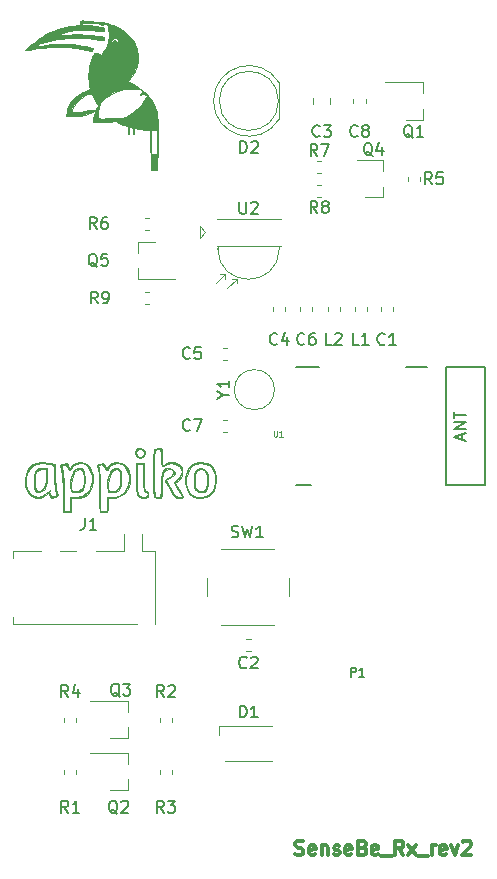
<source format=gto>
G04 #@! TF.GenerationSoftware,KiCad,Pcbnew,5.0.2-bee76a0~70~ubuntu16.04.1*
G04 #@! TF.CreationDate,2018-12-03T16:58:38+05:30*
G04 #@! TF.ProjectId,senseBeRx_rev2,73656e73-6542-4655-9278-5f726576322e,rev?*
G04 #@! TF.SameCoordinates,Original*
G04 #@! TF.FileFunction,Legend,Top*
G04 #@! TF.FilePolarity,Positive*
%FSLAX46Y46*%
G04 Gerber Fmt 4.6, Leading zero omitted, Abs format (unit mm)*
G04 Created by KiCad (PCBNEW 5.0.2-bee76a0~70~ubuntu16.04.1) date Mon Dec  3 16:58:38 2018*
%MOMM*%
%LPD*%
G01*
G04 APERTURE LIST*
%ADD10C,0.300000*%
%ADD11C,0.120000*%
%ADD12C,0.150000*%
%ADD13C,0.010000*%
%ADD14C,0.100000*%
%ADD15C,0.127000*%
G04 APERTURE END LIST*
D10*
X123971428Y-146285714D02*
X124142857Y-146342857D01*
X124428571Y-146342857D01*
X124542857Y-146285714D01*
X124600000Y-146228571D01*
X124657142Y-146114285D01*
X124657142Y-146000000D01*
X124600000Y-145885714D01*
X124542857Y-145828571D01*
X124428571Y-145771428D01*
X124200000Y-145714285D01*
X124085714Y-145657142D01*
X124028571Y-145600000D01*
X123971428Y-145485714D01*
X123971428Y-145371428D01*
X124028571Y-145257142D01*
X124085714Y-145200000D01*
X124200000Y-145142857D01*
X124485714Y-145142857D01*
X124657142Y-145200000D01*
X125628571Y-146285714D02*
X125514285Y-146342857D01*
X125285714Y-146342857D01*
X125171428Y-146285714D01*
X125114285Y-146171428D01*
X125114285Y-145714285D01*
X125171428Y-145600000D01*
X125285714Y-145542857D01*
X125514285Y-145542857D01*
X125628571Y-145600000D01*
X125685714Y-145714285D01*
X125685714Y-145828571D01*
X125114285Y-145942857D01*
X126200000Y-145542857D02*
X126200000Y-146342857D01*
X126200000Y-145657142D02*
X126257142Y-145600000D01*
X126371428Y-145542857D01*
X126542857Y-145542857D01*
X126657142Y-145600000D01*
X126714285Y-145714285D01*
X126714285Y-146342857D01*
X127228571Y-146285714D02*
X127342857Y-146342857D01*
X127571428Y-146342857D01*
X127685714Y-146285714D01*
X127742857Y-146171428D01*
X127742857Y-146114285D01*
X127685714Y-146000000D01*
X127571428Y-145942857D01*
X127400000Y-145942857D01*
X127285714Y-145885714D01*
X127228571Y-145771428D01*
X127228571Y-145714285D01*
X127285714Y-145600000D01*
X127400000Y-145542857D01*
X127571428Y-145542857D01*
X127685714Y-145600000D01*
X128714285Y-146285714D02*
X128600000Y-146342857D01*
X128371428Y-146342857D01*
X128257142Y-146285714D01*
X128200000Y-146171428D01*
X128200000Y-145714285D01*
X128257142Y-145600000D01*
X128371428Y-145542857D01*
X128600000Y-145542857D01*
X128714285Y-145600000D01*
X128771428Y-145714285D01*
X128771428Y-145828571D01*
X128200000Y-145942857D01*
X129685714Y-145714285D02*
X129857142Y-145771428D01*
X129914285Y-145828571D01*
X129971428Y-145942857D01*
X129971428Y-146114285D01*
X129914285Y-146228571D01*
X129857142Y-146285714D01*
X129742857Y-146342857D01*
X129285714Y-146342857D01*
X129285714Y-145142857D01*
X129685714Y-145142857D01*
X129800000Y-145200000D01*
X129857142Y-145257142D01*
X129914285Y-145371428D01*
X129914285Y-145485714D01*
X129857142Y-145600000D01*
X129800000Y-145657142D01*
X129685714Y-145714285D01*
X129285714Y-145714285D01*
X130942857Y-146285714D02*
X130828571Y-146342857D01*
X130600000Y-146342857D01*
X130485714Y-146285714D01*
X130428571Y-146171428D01*
X130428571Y-145714285D01*
X130485714Y-145600000D01*
X130600000Y-145542857D01*
X130828571Y-145542857D01*
X130942857Y-145600000D01*
X131000000Y-145714285D01*
X131000000Y-145828571D01*
X130428571Y-145942857D01*
X131228571Y-146457142D02*
X132142857Y-146457142D01*
X133114285Y-146342857D02*
X132714285Y-145771428D01*
X132428571Y-146342857D02*
X132428571Y-145142857D01*
X132885714Y-145142857D01*
X133000000Y-145200000D01*
X133057142Y-145257142D01*
X133114285Y-145371428D01*
X133114285Y-145542857D01*
X133057142Y-145657142D01*
X133000000Y-145714285D01*
X132885714Y-145771428D01*
X132428571Y-145771428D01*
X133514285Y-146342857D02*
X134142857Y-145542857D01*
X133514285Y-145542857D02*
X134142857Y-146342857D01*
X134314285Y-146457142D02*
X135228571Y-146457142D01*
X135514285Y-146342857D02*
X135514285Y-145542857D01*
X135514285Y-145771428D02*
X135571428Y-145657142D01*
X135628571Y-145600000D01*
X135742857Y-145542857D01*
X135857142Y-145542857D01*
X136714285Y-146285714D02*
X136600000Y-146342857D01*
X136371428Y-146342857D01*
X136257142Y-146285714D01*
X136200000Y-146171428D01*
X136200000Y-145714285D01*
X136257142Y-145600000D01*
X136371428Y-145542857D01*
X136600000Y-145542857D01*
X136714285Y-145600000D01*
X136771428Y-145714285D01*
X136771428Y-145828571D01*
X136200000Y-145942857D01*
X137171428Y-145542857D02*
X137457142Y-146342857D01*
X137742857Y-145542857D01*
X138142857Y-145257142D02*
X138200000Y-145200000D01*
X138314285Y-145142857D01*
X138600000Y-145142857D01*
X138714285Y-145200000D01*
X138771428Y-145257142D01*
X138828571Y-145371428D01*
X138828571Y-145485714D01*
X138771428Y-145657142D01*
X138085714Y-146342857D01*
X138828571Y-146342857D01*
D11*
G04 #@! TO.C,J1*
X109450000Y-120600000D02*
X109450000Y-119200000D01*
X111000000Y-120600000D02*
X111000000Y-119200000D01*
X110550000Y-126800000D02*
X100025000Y-126800000D01*
X111000000Y-120600000D02*
X112125000Y-120600000D01*
X107050000Y-120600000D02*
X109450000Y-120600000D01*
X104050000Y-120600000D02*
X105400000Y-120600000D01*
X100025000Y-120600000D02*
X102400000Y-120600000D01*
X112125000Y-126800000D02*
X112125000Y-120600000D01*
X100025000Y-120600000D02*
X100025000Y-121200000D01*
X100025000Y-126200000D02*
X100025000Y-126800000D01*
G04 #@! TO.C,Y1*
X120500000Y-108650000D02*
G75*
G03X120500000Y-105250000I0J1700000D01*
G01*
X120500000Y-108650000D02*
G75*
G02X120500000Y-105250000I0J1700000D01*
G01*
G04 #@! TO.C,R9*
X111571267Y-99710000D02*
X111228733Y-99710000D01*
X111571267Y-98690000D02*
X111228733Y-98690000D01*
G04 #@! TO.C,D1*
X117500000Y-136200000D02*
X117500000Y-135400000D01*
X117499956Y-135400000D02*
X121950000Y-135400000D01*
X118050000Y-138400000D02*
X121950000Y-138400000D01*
G04 #@! TO.C,D2*
X117040000Y-82499538D02*
G75*
G03X122590000Y-84044830I2990000J-462D01*
G01*
X117040000Y-82500462D02*
G75*
G02X122590000Y-80955170I2990000J462D01*
G01*
X122530000Y-82500000D02*
G75*
G03X122530000Y-82500000I-2500000J0D01*
G01*
X122590000Y-84045000D02*
X122590000Y-80955000D01*
G04 #@! TO.C,Q1*
X134760000Y-84080000D02*
X134760000Y-83150000D01*
X134760000Y-80920000D02*
X134760000Y-81850000D01*
X134760000Y-80920000D02*
X131600000Y-80920000D01*
X134760000Y-84080000D02*
X133300000Y-84080000D01*
G04 #@! TO.C,Q2*
X109760000Y-140880000D02*
X109760000Y-139950000D01*
X109760000Y-137720000D02*
X109760000Y-138650000D01*
X109760000Y-137720000D02*
X106600000Y-137720000D01*
X109760000Y-140880000D02*
X108300000Y-140880000D01*
G04 #@! TO.C,Q3*
X109760000Y-136480000D02*
X108300000Y-136480000D01*
X109760000Y-133320000D02*
X106600000Y-133320000D01*
X109760000Y-133320000D02*
X109760000Y-134250000D01*
X109760000Y-136480000D02*
X109760000Y-135550000D01*
D12*
G04 #@! TO.C,U1*
X136750000Y-115000000D02*
X136750000Y-105000000D01*
X140000000Y-105000000D02*
X140000000Y-115000000D01*
X133319400Y-104996200D02*
X135072000Y-104996200D01*
X139999600Y-104996200D02*
X136748400Y-104996200D01*
X124023000Y-104996200D02*
X125953400Y-104996200D01*
X123997600Y-115003800D02*
X125267600Y-115003800D01*
X139999600Y-115003800D02*
X136748400Y-115003800D01*
D11*
G04 #@! TO.C,C1*
X132210000Y-99928733D02*
X132210000Y-100271267D01*
X131190000Y-99928733D02*
X131190000Y-100271267D01*
G04 #@! TO.C,C4*
X122090000Y-99928733D02*
X122090000Y-100271267D01*
X123110000Y-99928733D02*
X123110000Y-100271267D01*
G04 #@! TO.C,C5*
X117828733Y-104410000D02*
X118171267Y-104410000D01*
X117828733Y-103390000D02*
X118171267Y-103390000D01*
G04 #@! TO.C,C6*
X125410000Y-99928733D02*
X125410000Y-100271267D01*
X124390000Y-99928733D02*
X124390000Y-100271267D01*
G04 #@! TO.C,C7*
X117828733Y-110510000D02*
X118171267Y-110510000D01*
X117828733Y-109490000D02*
X118171267Y-109490000D01*
G04 #@! TO.C,C8*
X128890000Y-82671267D02*
X128890000Y-82328733D01*
X129910000Y-82671267D02*
X129910000Y-82328733D01*
G04 #@! TO.C,R1*
X105410000Y-139128733D02*
X105410000Y-139471267D01*
X104390000Y-139128733D02*
X104390000Y-139471267D01*
G04 #@! TO.C,R2*
X113510000Y-135071267D02*
X113510000Y-134728733D01*
X112490000Y-135071267D02*
X112490000Y-134728733D01*
G04 #@! TO.C,R3*
X112490000Y-139471267D02*
X112490000Y-139128733D01*
X113510000Y-139471267D02*
X113510000Y-139128733D01*
G04 #@! TO.C,R4*
X104390000Y-134728733D02*
X104390000Y-135071267D01*
X105410000Y-134728733D02*
X105410000Y-135071267D01*
G04 #@! TO.C,R6*
X111228733Y-92390000D02*
X111571267Y-92390000D01*
X111228733Y-93410000D02*
X111571267Y-93410000D01*
G04 #@! TO.C,L1*
X130010000Y-100271267D02*
X130010000Y-99928733D01*
X128990000Y-100271267D02*
X128990000Y-99928733D01*
G04 #@! TO.C,L2*
X127710000Y-99928733D02*
X127710000Y-100271267D01*
X126690000Y-99928733D02*
X126690000Y-100271267D01*
G04 #@! TO.C,U2*
X115900000Y-94100000D02*
X116300000Y-93600000D01*
X115900000Y-93100000D02*
X115900000Y-94100000D01*
X116300000Y-93600000D02*
X115900000Y-93100000D01*
X122600000Y-95000000D02*
X122600000Y-94800000D01*
X117400000Y-95000000D02*
X117400000Y-94800000D01*
X122740000Y-94750000D02*
X117340000Y-94750000D01*
X122740000Y-92500000D02*
X117340000Y-92500000D01*
X118020000Y-97150000D02*
X117620000Y-97150000D01*
X118020000Y-97150000D02*
X118020000Y-97550000D01*
X118020000Y-97150000D02*
X117220000Y-97950000D01*
X119020000Y-97550000D02*
X118220000Y-98350000D01*
X119020000Y-97550000D02*
X119020000Y-97950000D01*
X119020000Y-97550000D02*
X118620000Y-97550000D01*
X117400000Y-95000000D02*
G75*
G03X122600000Y-95000000I2600000J0D01*
G01*
G04 #@! TO.C,C2*
X119828733Y-128090000D02*
X120171267Y-128090000D01*
X119828733Y-129110000D02*
X120171267Y-129110000D01*
G04 #@! TO.C,C3*
X125490000Y-82761252D02*
X125490000Y-82238748D01*
X126910000Y-82761252D02*
X126910000Y-82238748D01*
G04 #@! TO.C,Q5*
X110640000Y-94420000D02*
X110640000Y-95350000D01*
X110640000Y-97580000D02*
X110640000Y-96650000D01*
X110640000Y-97580000D02*
X113800000Y-97580000D01*
X110640000Y-94420000D02*
X112100000Y-94420000D01*
G04 #@! TO.C,SW1*
X122200000Y-120400000D02*
X117700000Y-120400000D01*
X123450000Y-124400000D02*
X123450000Y-122900000D01*
X117700000Y-126900000D02*
X122200000Y-126900000D01*
X116450000Y-122900000D02*
X116450000Y-124400000D01*
G04 #@! TO.C,Q4*
X131360000Y-90680000D02*
X131360000Y-89750000D01*
X131360000Y-87520000D02*
X131360000Y-88450000D01*
X131360000Y-87520000D02*
X129200000Y-87520000D01*
X131360000Y-90680000D02*
X129900000Y-90680000D01*
G04 #@! TO.C,R5*
X133490000Y-89271267D02*
X133490000Y-88928733D01*
X134510000Y-89271267D02*
X134510000Y-88928733D01*
G04 #@! TO.C,R7*
X126171267Y-87590000D02*
X125828733Y-87590000D01*
X126171267Y-88610000D02*
X125828733Y-88610000D01*
G04 #@! TO.C,R8*
X126171267Y-90610000D02*
X125828733Y-90610000D01*
X126171267Y-89590000D02*
X125828733Y-89590000D01*
D13*
G04 #@! TO.C,G\002A\002A\002A*
G36*
X106073348Y-75696466D02*
X106146362Y-75713616D01*
X106155715Y-75723806D01*
X106197979Y-75737710D01*
X106312429Y-75748991D01*
X106480547Y-75756331D01*
X106643304Y-75758484D01*
X107073730Y-75779364D01*
X107529996Y-75837289D01*
X107983289Y-75926592D01*
X108404796Y-76041601D01*
X108763444Y-76175641D01*
X109190790Y-76402828D01*
X109585341Y-76684719D01*
X109923935Y-77003689D01*
X110054606Y-77158125D01*
X110196427Y-77348131D01*
X110302953Y-77514901D01*
X110392050Y-77690244D01*
X110481583Y-77905973D01*
X110496858Y-77945619D01*
X110544028Y-78077158D01*
X110576530Y-78195599D01*
X110597020Y-78321019D01*
X110608152Y-78473497D01*
X110612580Y-78673112D01*
X110613124Y-78825000D01*
X110611451Y-79062942D01*
X110604668Y-79241593D01*
X110590130Y-79381010D01*
X110565192Y-79501248D01*
X110527209Y-79622362D01*
X110497306Y-79703145D01*
X110393153Y-79955429D01*
X110287050Y-80161142D01*
X110160175Y-80351702D01*
X109993703Y-80558529D01*
X109964424Y-80592585D01*
X109861434Y-80714388D01*
X109785742Y-80809204D01*
X109749249Y-80861904D01*
X109748046Y-80867686D01*
X109793191Y-80887527D01*
X109897790Y-80930233D01*
X110028166Y-80982188D01*
X110387096Y-81153850D01*
X110752805Y-81382572D01*
X111101626Y-81650645D01*
X111409895Y-81940357D01*
X111595579Y-82155147D01*
X111877185Y-82565429D01*
X112085718Y-82982756D01*
X112235259Y-83436197D01*
X112255502Y-83517599D01*
X112276351Y-83650805D01*
X112293676Y-83856211D01*
X112307404Y-84126701D01*
X112317465Y-84455159D01*
X112323784Y-84834467D01*
X112326289Y-85257508D01*
X112324909Y-85717167D01*
X112319571Y-86206326D01*
X112310202Y-86717868D01*
X112296731Y-87244678D01*
X112294246Y-87328046D01*
X112264403Y-88310312D01*
X111749169Y-88310312D01*
X111719326Y-87328046D01*
X111710446Y-87004944D01*
X111702609Y-86660789D01*
X111696233Y-86318838D01*
X111691735Y-86002343D01*
X111689535Y-85734560D01*
X111689384Y-85663603D01*
X111689286Y-84981426D01*
X111496518Y-84960940D01*
X111358399Y-84946303D01*
X111269209Y-84936875D01*
X111780000Y-84936875D01*
X111780000Y-86960937D01*
X112233572Y-86960937D01*
X112233572Y-84936875D01*
X111780000Y-84936875D01*
X111269209Y-84936875D01*
X111167096Y-84926081D01*
X110959488Y-84904171D01*
X110918215Y-84899820D01*
X110727959Y-84878101D01*
X110562222Y-84856202D01*
X110449594Y-84837990D01*
X110430625Y-84833870D01*
X110376211Y-84824814D01*
X110345659Y-84842346D01*
X110332098Y-84902443D01*
X110328658Y-85021080D01*
X110328572Y-85071152D01*
X110322265Y-85207776D01*
X110305510Y-85301522D01*
X110283215Y-85333750D01*
X110259864Y-85297090D01*
X110243758Y-85199044D01*
X110237858Y-85059819D01*
X110236157Y-84915402D01*
X110224979Y-84830102D01*
X110195210Y-84783661D01*
X110137737Y-84755822D01*
X110095018Y-84742319D01*
X109993567Y-84712678D01*
X109937906Y-84698877D01*
X109936268Y-84698750D01*
X109928879Y-84735304D01*
X109923315Y-84832446D01*
X109920517Y-84971390D01*
X109920358Y-85016250D01*
X109917153Y-85179156D01*
X109905526Y-85276922D01*
X109882457Y-85323642D01*
X109852322Y-85333750D01*
X109818225Y-85319297D01*
X109797394Y-85266705D01*
X109787018Y-85162118D01*
X109784286Y-84998315D01*
X109784286Y-84662880D01*
X109398149Y-84504549D01*
X109208912Y-84423693D01*
X109034782Y-84343587D01*
X108903972Y-84277412D01*
X108870091Y-84257793D01*
X108775211Y-84205537D01*
X108693655Y-84189354D01*
X108584559Y-84204857D01*
X108519175Y-84220132D01*
X108362846Y-84246478D01*
X108142297Y-84268691D01*
X107883954Y-84285629D01*
X107614246Y-84296149D01*
X107359602Y-84299109D01*
X107146450Y-84293367D01*
X107039920Y-84284071D01*
X106824295Y-84255778D01*
X106854523Y-83997614D01*
X106886038Y-83820725D01*
X106935087Y-83639298D01*
X106947273Y-83606133D01*
X107262090Y-83606133D01*
X107268501Y-83775749D01*
X107279050Y-83882574D01*
X107298954Y-83943183D01*
X107333429Y-83974154D01*
X107383160Y-83990894D01*
X107506416Y-84005736D01*
X107649840Y-84001503D01*
X107652500Y-84001199D01*
X107749112Y-83993945D01*
X107918148Y-83985338D01*
X108141352Y-83976141D01*
X108400466Y-83967119D01*
X108627679Y-83960368D01*
X108921378Y-83951741D01*
X109140088Y-83942997D01*
X109299510Y-83932211D01*
X109415348Y-83917461D01*
X109503301Y-83896821D01*
X109579073Y-83868367D01*
X109648215Y-83835301D01*
X110160132Y-83535917D01*
X110601495Y-83187553D01*
X110975886Y-82786964D01*
X111259399Y-82377665D01*
X111472444Y-82021112D01*
X111321423Y-81967192D01*
X111131453Y-81932312D01*
X110994703Y-81937855D01*
X110819004Y-81962439D01*
X110913967Y-81856804D01*
X110997854Y-81740660D01*
X111011450Y-81650352D01*
X110949950Y-81581188D01*
X110808547Y-81528474D01*
X110582435Y-81487517D01*
X110528718Y-81480580D01*
X110010883Y-81456367D01*
X109495548Y-81509811D01*
X108990119Y-81639310D01*
X108501996Y-81843263D01*
X108273664Y-81968533D01*
X107918936Y-82204703D01*
X107647939Y-82446529D01*
X107453892Y-82704989D01*
X107330015Y-82991058D01*
X107269529Y-83315713D01*
X107262090Y-83606133D01*
X106947273Y-83606133D01*
X106972728Y-83536856D01*
X107025889Y-83397442D01*
X107034238Y-83323371D01*
X106997018Y-83310603D01*
X106935950Y-83340547D01*
X106562762Y-83527488D01*
X106131757Y-83665449D01*
X105659852Y-83750438D01*
X105163966Y-83778466D01*
X105083857Y-83777406D01*
X104590893Y-83766093D01*
X104601400Y-83521481D01*
X104634311Y-83331209D01*
X105031589Y-83331209D01*
X105043977Y-83410777D01*
X105117452Y-83452101D01*
X105263904Y-83466397D01*
X105349202Y-83467043D01*
X105561843Y-83456759D01*
X105791159Y-83432025D01*
X105906250Y-83413414D01*
X106090521Y-83372339D01*
X106270079Y-83323233D01*
X106359822Y-83293488D01*
X106598222Y-83241746D01*
X106834883Y-83234993D01*
X107128515Y-83244190D01*
X107195225Y-83056232D01*
X107232488Y-82937620D01*
X107236774Y-82860899D01*
X107206935Y-82793630D01*
X107184795Y-82761559D01*
X107102275Y-82634900D01*
X107000913Y-82461389D01*
X106895550Y-82267872D01*
X106801027Y-82081199D01*
X106759510Y-81992227D01*
X106676138Y-81805861D01*
X106473881Y-81885096D01*
X106350938Y-81937258D01*
X106266537Y-81980488D01*
X106247687Y-81994706D01*
X106199322Y-82032426D01*
X106100296Y-82097218D01*
X106015566Y-82148982D01*
X105696416Y-82374740D01*
X105420200Y-82641067D01*
X105202928Y-82930158D01*
X105068402Y-83202183D01*
X105031589Y-83331209D01*
X104634311Y-83331209D01*
X104657461Y-83197373D01*
X104793646Y-82866046D01*
X105002662Y-82541486D01*
X105264634Y-82249673D01*
X105468853Y-82078291D01*
X105716134Y-81908065D01*
X105978970Y-81755448D01*
X106229850Y-81636898D01*
X106375083Y-81585436D01*
X106593492Y-81521961D01*
X106530752Y-81274808D01*
X106460760Y-80875045D01*
X106437947Y-80434236D01*
X106460289Y-79976186D01*
X106525762Y-79524699D01*
X106632343Y-79103579D01*
X106739555Y-78818570D01*
X106823319Y-78629077D01*
X106885644Y-78503500D01*
X106942185Y-78433321D01*
X107008600Y-78410021D01*
X107100543Y-78425082D01*
X107233671Y-78469985D01*
X107322211Y-78501541D01*
X107558886Y-78584716D01*
X107721746Y-78341573D01*
X107920243Y-77983254D01*
X108065078Y-77590441D01*
X108102137Y-77418274D01*
X108342856Y-77418274D01*
X108358420Y-77545952D01*
X108459794Y-77659292D01*
X108536965Y-77705502D01*
X108611971Y-77740263D01*
X108668103Y-77745108D01*
X108741420Y-77716092D01*
X108820447Y-77674497D01*
X108936189Y-77574735D01*
X108969855Y-77451253D01*
X108919199Y-77318027D01*
X108884572Y-77275359D01*
X108765676Y-77202964D01*
X108619838Y-77188577D01*
X108481198Y-77231519D01*
X108415530Y-77284680D01*
X108342856Y-77418274D01*
X108102137Y-77418274D01*
X108153001Y-77181979D01*
X108180768Y-76776711D01*
X108145132Y-76393481D01*
X108093192Y-76185781D01*
X108050471Y-76079092D01*
X108006162Y-76007708D01*
X107994887Y-75997873D01*
X107894858Y-75969052D01*
X107790687Y-75981371D01*
X107725781Y-76029465D01*
X107724966Y-76031240D01*
X107664501Y-76072551D01*
X107553026Y-76063300D01*
X107406512Y-76006461D01*
X107315088Y-75954939D01*
X107246513Y-75917630D01*
X107169985Y-75892815D01*
X107066021Y-75878035D01*
X106915136Y-75870830D01*
X106697845Y-75868742D01*
X106631965Y-75868730D01*
X106396213Y-75870209D01*
X106230275Y-75876092D01*
X106113268Y-75889233D01*
X106024310Y-75912488D01*
X105942516Y-75948711D01*
X105906250Y-75967949D01*
X105724822Y-76066718D01*
X106065000Y-76075498D01*
X106319766Y-76087426D01*
X106599896Y-76109441D01*
X106887349Y-76139164D01*
X107164083Y-76174217D01*
X107412056Y-76212221D01*
X107613229Y-76250799D01*
X107749559Y-76287572D01*
X107783341Y-76302014D01*
X107807255Y-76359545D01*
X107787961Y-76425311D01*
X107767389Y-76497342D01*
X107778355Y-76524331D01*
X107773392Y-76541143D01*
X107732422Y-76565723D01*
X107645228Y-76582501D01*
X107493449Y-76572665D01*
X107312133Y-76544194D01*
X106690286Y-76467534D01*
X106044276Y-76459012D01*
X105366668Y-76518857D01*
X104768172Y-76622012D01*
X104510425Y-76681157D01*
X104274707Y-76745710D01*
X104074505Y-76810875D01*
X103923307Y-76871854D01*
X103834600Y-76923847D01*
X103819642Y-76959433D01*
X103868576Y-76986257D01*
X103882339Y-76982515D01*
X103969181Y-76959202D01*
X104131299Y-76937359D01*
X104353257Y-76917651D01*
X104619622Y-76900742D01*
X104914959Y-76887295D01*
X105223833Y-76877975D01*
X105530811Y-76873446D01*
X105820458Y-76874372D01*
X106077340Y-76881418D01*
X106148686Y-76884992D01*
X106369313Y-76900744D01*
X106616955Y-76923624D01*
X106874699Y-76951455D01*
X107125634Y-76982058D01*
X107352850Y-77013257D01*
X107539434Y-77042875D01*
X107668475Y-77068733D01*
X107722096Y-77087573D01*
X107740274Y-77129163D01*
X107771165Y-77219084D01*
X107780995Y-77250030D01*
X107808227Y-77346724D01*
X107800368Y-77385884D01*
X107746488Y-77386483D01*
X107706364Y-77379595D01*
X107331816Y-77314289D01*
X107017530Y-77265146D01*
X106738269Y-77229962D01*
X106468799Y-77206532D01*
X106183883Y-77192653D01*
X105858287Y-77186119D01*
X105475358Y-77184719D01*
X105088454Y-77186718D01*
X104770441Y-77193180D01*
X104499543Y-77205956D01*
X104253987Y-77226893D01*
X104011996Y-77257842D01*
X103751796Y-77300651D01*
X103456965Y-77356124D01*
X103145720Y-77425193D01*
X102806153Y-77514229D01*
X102475090Y-77612798D01*
X102189361Y-77710470D01*
X102141608Y-77728701D01*
X101824108Y-77852656D01*
X101982858Y-77874574D01*
X102102902Y-77881067D01*
X102185759Y-77867871D01*
X102191138Y-77864997D01*
X102249722Y-77847559D01*
X102262363Y-77852483D01*
X102313075Y-77853276D01*
X102433310Y-77840613D01*
X102603698Y-77816844D01*
X102757118Y-77792415D01*
X103446592Y-77697685D01*
X104071353Y-77654608D01*
X104629635Y-77663292D01*
X104745583Y-77672361D01*
X105141802Y-77713789D01*
X105524776Y-77763979D01*
X105870938Y-77819418D01*
X106156720Y-77876593D01*
X106223750Y-77892697D01*
X106403406Y-77936660D01*
X106585980Y-77979306D01*
X106643881Y-77992243D01*
X106761754Y-78022954D01*
X106807350Y-78053970D01*
X106797889Y-78098560D01*
X106792888Y-78107072D01*
X106766188Y-78173826D01*
X106770728Y-78198970D01*
X106761241Y-78236281D01*
X106735114Y-78259944D01*
X106671383Y-78274283D01*
X106546411Y-78264111D01*
X106350123Y-78228330D01*
X106253781Y-78207578D01*
X105427628Y-78054148D01*
X104604913Y-77959425D01*
X103803319Y-77924860D01*
X103092761Y-77947943D01*
X102586827Y-77990870D01*
X102149428Y-78042030D01*
X101758590Y-78104368D01*
X101444824Y-78168738D01*
X101289343Y-78200135D01*
X101166299Y-78217967D01*
X101106314Y-78218768D01*
X101111431Y-78186506D01*
X101175007Y-78111816D01*
X101286321Y-78003616D01*
X101434656Y-77870824D01*
X101609291Y-77722359D01*
X101799507Y-77567138D01*
X101994585Y-77414081D01*
X102183806Y-77272106D01*
X102356451Y-77150131D01*
X102501801Y-77057074D01*
X102504465Y-77055506D01*
X102832432Y-76876151D01*
X103189964Y-76703563D01*
X103552676Y-76548115D01*
X103896181Y-76420179D01*
X104196093Y-76330129D01*
X104228036Y-76322352D01*
X104577295Y-76243897D01*
X104864580Y-76188931D01*
X105112940Y-76153274D01*
X105222385Y-76142032D01*
X105465234Y-76105154D01*
X105628464Y-76042512D01*
X105719926Y-75949377D01*
X105747500Y-75825713D01*
X105752045Y-75742130D01*
X105782138Y-75702550D01*
X105862462Y-75690523D01*
X105951608Y-75689687D01*
X106073348Y-75696466D01*
X106073348Y-75696466D01*
G37*
X106073348Y-75696466D02*
X106146362Y-75713616D01*
X106155715Y-75723806D01*
X106197979Y-75737710D01*
X106312429Y-75748991D01*
X106480547Y-75756331D01*
X106643304Y-75758484D01*
X107073730Y-75779364D01*
X107529996Y-75837289D01*
X107983289Y-75926592D01*
X108404796Y-76041601D01*
X108763444Y-76175641D01*
X109190790Y-76402828D01*
X109585341Y-76684719D01*
X109923935Y-77003689D01*
X110054606Y-77158125D01*
X110196427Y-77348131D01*
X110302953Y-77514901D01*
X110392050Y-77690244D01*
X110481583Y-77905973D01*
X110496858Y-77945619D01*
X110544028Y-78077158D01*
X110576530Y-78195599D01*
X110597020Y-78321019D01*
X110608152Y-78473497D01*
X110612580Y-78673112D01*
X110613124Y-78825000D01*
X110611451Y-79062942D01*
X110604668Y-79241593D01*
X110590130Y-79381010D01*
X110565192Y-79501248D01*
X110527209Y-79622362D01*
X110497306Y-79703145D01*
X110393153Y-79955429D01*
X110287050Y-80161142D01*
X110160175Y-80351702D01*
X109993703Y-80558529D01*
X109964424Y-80592585D01*
X109861434Y-80714388D01*
X109785742Y-80809204D01*
X109749249Y-80861904D01*
X109748046Y-80867686D01*
X109793191Y-80887527D01*
X109897790Y-80930233D01*
X110028166Y-80982188D01*
X110387096Y-81153850D01*
X110752805Y-81382572D01*
X111101626Y-81650645D01*
X111409895Y-81940357D01*
X111595579Y-82155147D01*
X111877185Y-82565429D01*
X112085718Y-82982756D01*
X112235259Y-83436197D01*
X112255502Y-83517599D01*
X112276351Y-83650805D01*
X112293676Y-83856211D01*
X112307404Y-84126701D01*
X112317465Y-84455159D01*
X112323784Y-84834467D01*
X112326289Y-85257508D01*
X112324909Y-85717167D01*
X112319571Y-86206326D01*
X112310202Y-86717868D01*
X112296731Y-87244678D01*
X112294246Y-87328046D01*
X112264403Y-88310312D01*
X111749169Y-88310312D01*
X111719326Y-87328046D01*
X111710446Y-87004944D01*
X111702609Y-86660789D01*
X111696233Y-86318838D01*
X111691735Y-86002343D01*
X111689535Y-85734560D01*
X111689384Y-85663603D01*
X111689286Y-84981426D01*
X111496518Y-84960940D01*
X111358399Y-84946303D01*
X111269209Y-84936875D01*
X111780000Y-84936875D01*
X111780000Y-86960937D01*
X112233572Y-86960937D01*
X112233572Y-84936875D01*
X111780000Y-84936875D01*
X111269209Y-84936875D01*
X111167096Y-84926081D01*
X110959488Y-84904171D01*
X110918215Y-84899820D01*
X110727959Y-84878101D01*
X110562222Y-84856202D01*
X110449594Y-84837990D01*
X110430625Y-84833870D01*
X110376211Y-84824814D01*
X110345659Y-84842346D01*
X110332098Y-84902443D01*
X110328658Y-85021080D01*
X110328572Y-85071152D01*
X110322265Y-85207776D01*
X110305510Y-85301522D01*
X110283215Y-85333750D01*
X110259864Y-85297090D01*
X110243758Y-85199044D01*
X110237858Y-85059819D01*
X110236157Y-84915402D01*
X110224979Y-84830102D01*
X110195210Y-84783661D01*
X110137737Y-84755822D01*
X110095018Y-84742319D01*
X109993567Y-84712678D01*
X109937906Y-84698877D01*
X109936268Y-84698750D01*
X109928879Y-84735304D01*
X109923315Y-84832446D01*
X109920517Y-84971390D01*
X109920358Y-85016250D01*
X109917153Y-85179156D01*
X109905526Y-85276922D01*
X109882457Y-85323642D01*
X109852322Y-85333750D01*
X109818225Y-85319297D01*
X109797394Y-85266705D01*
X109787018Y-85162118D01*
X109784286Y-84998315D01*
X109784286Y-84662880D01*
X109398149Y-84504549D01*
X109208912Y-84423693D01*
X109034782Y-84343587D01*
X108903972Y-84277412D01*
X108870091Y-84257793D01*
X108775211Y-84205537D01*
X108693655Y-84189354D01*
X108584559Y-84204857D01*
X108519175Y-84220132D01*
X108362846Y-84246478D01*
X108142297Y-84268691D01*
X107883954Y-84285629D01*
X107614246Y-84296149D01*
X107359602Y-84299109D01*
X107146450Y-84293367D01*
X107039920Y-84284071D01*
X106824295Y-84255778D01*
X106854523Y-83997614D01*
X106886038Y-83820725D01*
X106935087Y-83639298D01*
X106947273Y-83606133D01*
X107262090Y-83606133D01*
X107268501Y-83775749D01*
X107279050Y-83882574D01*
X107298954Y-83943183D01*
X107333429Y-83974154D01*
X107383160Y-83990894D01*
X107506416Y-84005736D01*
X107649840Y-84001503D01*
X107652500Y-84001199D01*
X107749112Y-83993945D01*
X107918148Y-83985338D01*
X108141352Y-83976141D01*
X108400466Y-83967119D01*
X108627679Y-83960368D01*
X108921378Y-83951741D01*
X109140088Y-83942997D01*
X109299510Y-83932211D01*
X109415348Y-83917461D01*
X109503301Y-83896821D01*
X109579073Y-83868367D01*
X109648215Y-83835301D01*
X110160132Y-83535917D01*
X110601495Y-83187553D01*
X110975886Y-82786964D01*
X111259399Y-82377665D01*
X111472444Y-82021112D01*
X111321423Y-81967192D01*
X111131453Y-81932312D01*
X110994703Y-81937855D01*
X110819004Y-81962439D01*
X110913967Y-81856804D01*
X110997854Y-81740660D01*
X111011450Y-81650352D01*
X110949950Y-81581188D01*
X110808547Y-81528474D01*
X110582435Y-81487517D01*
X110528718Y-81480580D01*
X110010883Y-81456367D01*
X109495548Y-81509811D01*
X108990119Y-81639310D01*
X108501996Y-81843263D01*
X108273664Y-81968533D01*
X107918936Y-82204703D01*
X107647939Y-82446529D01*
X107453892Y-82704989D01*
X107330015Y-82991058D01*
X107269529Y-83315713D01*
X107262090Y-83606133D01*
X106947273Y-83606133D01*
X106972728Y-83536856D01*
X107025889Y-83397442D01*
X107034238Y-83323371D01*
X106997018Y-83310603D01*
X106935950Y-83340547D01*
X106562762Y-83527488D01*
X106131757Y-83665449D01*
X105659852Y-83750438D01*
X105163966Y-83778466D01*
X105083857Y-83777406D01*
X104590893Y-83766093D01*
X104601400Y-83521481D01*
X104634311Y-83331209D01*
X105031589Y-83331209D01*
X105043977Y-83410777D01*
X105117452Y-83452101D01*
X105263904Y-83466397D01*
X105349202Y-83467043D01*
X105561843Y-83456759D01*
X105791159Y-83432025D01*
X105906250Y-83413414D01*
X106090521Y-83372339D01*
X106270079Y-83323233D01*
X106359822Y-83293488D01*
X106598222Y-83241746D01*
X106834883Y-83234993D01*
X107128515Y-83244190D01*
X107195225Y-83056232D01*
X107232488Y-82937620D01*
X107236774Y-82860899D01*
X107206935Y-82793630D01*
X107184795Y-82761559D01*
X107102275Y-82634900D01*
X107000913Y-82461389D01*
X106895550Y-82267872D01*
X106801027Y-82081199D01*
X106759510Y-81992227D01*
X106676138Y-81805861D01*
X106473881Y-81885096D01*
X106350938Y-81937258D01*
X106266537Y-81980488D01*
X106247687Y-81994706D01*
X106199322Y-82032426D01*
X106100296Y-82097218D01*
X106015566Y-82148982D01*
X105696416Y-82374740D01*
X105420200Y-82641067D01*
X105202928Y-82930158D01*
X105068402Y-83202183D01*
X105031589Y-83331209D01*
X104634311Y-83331209D01*
X104657461Y-83197373D01*
X104793646Y-82866046D01*
X105002662Y-82541486D01*
X105264634Y-82249673D01*
X105468853Y-82078291D01*
X105716134Y-81908065D01*
X105978970Y-81755448D01*
X106229850Y-81636898D01*
X106375083Y-81585436D01*
X106593492Y-81521961D01*
X106530752Y-81274808D01*
X106460760Y-80875045D01*
X106437947Y-80434236D01*
X106460289Y-79976186D01*
X106525762Y-79524699D01*
X106632343Y-79103579D01*
X106739555Y-78818570D01*
X106823319Y-78629077D01*
X106885644Y-78503500D01*
X106942185Y-78433321D01*
X107008600Y-78410021D01*
X107100543Y-78425082D01*
X107233671Y-78469985D01*
X107322211Y-78501541D01*
X107558886Y-78584716D01*
X107721746Y-78341573D01*
X107920243Y-77983254D01*
X108065078Y-77590441D01*
X108102137Y-77418274D01*
X108342856Y-77418274D01*
X108358420Y-77545952D01*
X108459794Y-77659292D01*
X108536965Y-77705502D01*
X108611971Y-77740263D01*
X108668103Y-77745108D01*
X108741420Y-77716092D01*
X108820447Y-77674497D01*
X108936189Y-77574735D01*
X108969855Y-77451253D01*
X108919199Y-77318027D01*
X108884572Y-77275359D01*
X108765676Y-77202964D01*
X108619838Y-77188577D01*
X108481198Y-77231519D01*
X108415530Y-77284680D01*
X108342856Y-77418274D01*
X108102137Y-77418274D01*
X108153001Y-77181979D01*
X108180768Y-76776711D01*
X108145132Y-76393481D01*
X108093192Y-76185781D01*
X108050471Y-76079092D01*
X108006162Y-76007708D01*
X107994887Y-75997873D01*
X107894858Y-75969052D01*
X107790687Y-75981371D01*
X107725781Y-76029465D01*
X107724966Y-76031240D01*
X107664501Y-76072551D01*
X107553026Y-76063300D01*
X107406512Y-76006461D01*
X107315088Y-75954939D01*
X107246513Y-75917630D01*
X107169985Y-75892815D01*
X107066021Y-75878035D01*
X106915136Y-75870830D01*
X106697845Y-75868742D01*
X106631965Y-75868730D01*
X106396213Y-75870209D01*
X106230275Y-75876092D01*
X106113268Y-75889233D01*
X106024310Y-75912488D01*
X105942516Y-75948711D01*
X105906250Y-75967949D01*
X105724822Y-76066718D01*
X106065000Y-76075498D01*
X106319766Y-76087426D01*
X106599896Y-76109441D01*
X106887349Y-76139164D01*
X107164083Y-76174217D01*
X107412056Y-76212221D01*
X107613229Y-76250799D01*
X107749559Y-76287572D01*
X107783341Y-76302014D01*
X107807255Y-76359545D01*
X107787961Y-76425311D01*
X107767389Y-76497342D01*
X107778355Y-76524331D01*
X107773392Y-76541143D01*
X107732422Y-76565723D01*
X107645228Y-76582501D01*
X107493449Y-76572665D01*
X107312133Y-76544194D01*
X106690286Y-76467534D01*
X106044276Y-76459012D01*
X105366668Y-76518857D01*
X104768172Y-76622012D01*
X104510425Y-76681157D01*
X104274707Y-76745710D01*
X104074505Y-76810875D01*
X103923307Y-76871854D01*
X103834600Y-76923847D01*
X103819642Y-76959433D01*
X103868576Y-76986257D01*
X103882339Y-76982515D01*
X103969181Y-76959202D01*
X104131299Y-76937359D01*
X104353257Y-76917651D01*
X104619622Y-76900742D01*
X104914959Y-76887295D01*
X105223833Y-76877975D01*
X105530811Y-76873446D01*
X105820458Y-76874372D01*
X106077340Y-76881418D01*
X106148686Y-76884992D01*
X106369313Y-76900744D01*
X106616955Y-76923624D01*
X106874699Y-76951455D01*
X107125634Y-76982058D01*
X107352850Y-77013257D01*
X107539434Y-77042875D01*
X107668475Y-77068733D01*
X107722096Y-77087573D01*
X107740274Y-77129163D01*
X107771165Y-77219084D01*
X107780995Y-77250030D01*
X107808227Y-77346724D01*
X107800368Y-77385884D01*
X107746488Y-77386483D01*
X107706364Y-77379595D01*
X107331816Y-77314289D01*
X107017530Y-77265146D01*
X106738269Y-77229962D01*
X106468799Y-77206532D01*
X106183883Y-77192653D01*
X105858287Y-77186119D01*
X105475358Y-77184719D01*
X105088454Y-77186718D01*
X104770441Y-77193180D01*
X104499543Y-77205956D01*
X104253987Y-77226893D01*
X104011996Y-77257842D01*
X103751796Y-77300651D01*
X103456965Y-77356124D01*
X103145720Y-77425193D01*
X102806153Y-77514229D01*
X102475090Y-77612798D01*
X102189361Y-77710470D01*
X102141608Y-77728701D01*
X101824108Y-77852656D01*
X101982858Y-77874574D01*
X102102902Y-77881067D01*
X102185759Y-77867871D01*
X102191138Y-77864997D01*
X102249722Y-77847559D01*
X102262363Y-77852483D01*
X102313075Y-77853276D01*
X102433310Y-77840613D01*
X102603698Y-77816844D01*
X102757118Y-77792415D01*
X103446592Y-77697685D01*
X104071353Y-77654608D01*
X104629635Y-77663292D01*
X104745583Y-77672361D01*
X105141802Y-77713789D01*
X105524776Y-77763979D01*
X105870938Y-77819418D01*
X106156720Y-77876593D01*
X106223750Y-77892697D01*
X106403406Y-77936660D01*
X106585980Y-77979306D01*
X106643881Y-77992243D01*
X106761754Y-78022954D01*
X106807350Y-78053970D01*
X106797889Y-78098560D01*
X106792888Y-78107072D01*
X106766188Y-78173826D01*
X106770728Y-78198970D01*
X106761241Y-78236281D01*
X106735114Y-78259944D01*
X106671383Y-78274283D01*
X106546411Y-78264111D01*
X106350123Y-78228330D01*
X106253781Y-78207578D01*
X105427628Y-78054148D01*
X104604913Y-77959425D01*
X103803319Y-77924860D01*
X103092761Y-77947943D01*
X102586827Y-77990870D01*
X102149428Y-78042030D01*
X101758590Y-78104368D01*
X101444824Y-78168738D01*
X101289343Y-78200135D01*
X101166299Y-78217967D01*
X101106314Y-78218768D01*
X101111431Y-78186506D01*
X101175007Y-78111816D01*
X101286321Y-78003616D01*
X101434656Y-77870824D01*
X101609291Y-77722359D01*
X101799507Y-77567138D01*
X101994585Y-77414081D01*
X102183806Y-77272106D01*
X102356451Y-77150131D01*
X102501801Y-77057074D01*
X102504465Y-77055506D01*
X102832432Y-76876151D01*
X103189964Y-76703563D01*
X103552676Y-76548115D01*
X103896181Y-76420179D01*
X104196093Y-76330129D01*
X104228036Y-76322352D01*
X104577295Y-76243897D01*
X104864580Y-76188931D01*
X105112940Y-76153274D01*
X105222385Y-76142032D01*
X105465234Y-76105154D01*
X105628464Y-76042512D01*
X105719926Y-75949377D01*
X105747500Y-75825713D01*
X105752045Y-75742130D01*
X105782138Y-75702550D01*
X105862462Y-75690523D01*
X105951608Y-75689687D01*
X106073348Y-75696466D01*
G36*
X108777785Y-77418336D02*
X108829959Y-77480013D01*
X108831786Y-77493619D01*
X108799457Y-77602889D01*
X108719371Y-77666575D01*
X108616882Y-77674813D01*
X108517340Y-77617740D01*
X108516092Y-77616435D01*
X108483881Y-77529300D01*
X108513982Y-77436551D01*
X108587334Y-77380214D01*
X108683463Y-77378832D01*
X108777785Y-77418336D01*
X108777785Y-77418336D01*
G37*
X108777785Y-77418336D02*
X108829959Y-77480013D01*
X108831786Y-77493619D01*
X108799457Y-77602889D01*
X108719371Y-77666575D01*
X108616882Y-77674813D01*
X108517340Y-77617740D01*
X108516092Y-77616435D01*
X108483881Y-77529300D01*
X108513982Y-77436551D01*
X108587334Y-77380214D01*
X108683463Y-77378832D01*
X108777785Y-77418336D01*
G36*
X116239914Y-113658463D02*
X116442887Y-113852763D01*
X116554506Y-114181929D01*
X116576789Y-114650323D01*
X116556832Y-114921177D01*
X116499833Y-115274849D01*
X116401777Y-115490187D01*
X116238040Y-115597392D01*
X115983996Y-115626665D01*
X115981584Y-115626666D01*
X115732262Y-115597706D01*
X115571312Y-115487341D01*
X115508853Y-115403257D01*
X115410476Y-115159845D01*
X115366278Y-114797548D01*
X115365001Y-114734842D01*
X115438462Y-114734842D01*
X115480266Y-115068279D01*
X115570427Y-115319898D01*
X115608408Y-115372013D01*
X115829560Y-115511168D01*
X116079984Y-115520994D01*
X116299371Y-115407981D01*
X116388987Y-115288000D01*
X116478437Y-114993662D01*
X116501960Y-114640937D01*
X116465738Y-114283199D01*
X116375953Y-113973820D01*
X116238787Y-113766173D01*
X116210158Y-113744129D01*
X115979938Y-113681894D01*
X115733534Y-113750836D01*
X115604690Y-113853428D01*
X115500525Y-114066437D01*
X115445165Y-114380568D01*
X115438462Y-114734842D01*
X115365001Y-114734842D01*
X115362470Y-114610666D01*
X115393383Y-114152512D01*
X115491260Y-113839505D01*
X115663812Y-113658167D01*
X115918749Y-113595016D01*
X115943570Y-113594666D01*
X116239914Y-113658463D01*
X116239914Y-113658463D01*
G37*
X116239914Y-113658463D02*
X116442887Y-113852763D01*
X116554506Y-114181929D01*
X116576789Y-114650323D01*
X116556832Y-114921177D01*
X116499833Y-115274849D01*
X116401777Y-115490187D01*
X116238040Y-115597392D01*
X115983996Y-115626665D01*
X115981584Y-115626666D01*
X115732262Y-115597706D01*
X115571312Y-115487341D01*
X115508853Y-115403257D01*
X115410476Y-115159845D01*
X115366278Y-114797548D01*
X115365001Y-114734842D01*
X115438462Y-114734842D01*
X115480266Y-115068279D01*
X115570427Y-115319898D01*
X115608408Y-115372013D01*
X115829560Y-115511168D01*
X116079984Y-115520994D01*
X116299371Y-115407981D01*
X116388987Y-115288000D01*
X116478437Y-114993662D01*
X116501960Y-114640937D01*
X116465738Y-114283199D01*
X116375953Y-113973820D01*
X116238787Y-113766173D01*
X116210158Y-113744129D01*
X115979938Y-113681894D01*
X115733534Y-113750836D01*
X115604690Y-113853428D01*
X115500525Y-114066437D01*
X115445165Y-114380568D01*
X115438462Y-114734842D01*
X115365001Y-114734842D01*
X115362470Y-114610666D01*
X115393383Y-114152512D01*
X115491260Y-113839505D01*
X115663812Y-113658167D01*
X115918749Y-113595016D01*
X115943570Y-113594666D01*
X116239914Y-113658463D01*
G36*
X103205333Y-115499666D02*
X103163000Y-115542000D01*
X103120666Y-115499666D01*
X103163000Y-115457333D01*
X103205333Y-115499666D01*
X103205333Y-115499666D01*
G37*
X103205333Y-115499666D02*
X103163000Y-115542000D01*
X103120666Y-115499666D01*
X103163000Y-115457333D01*
X103205333Y-115499666D01*
G36*
X102938590Y-114350601D02*
X102914657Y-114751466D01*
X102874215Y-115026898D01*
X102808152Y-115220634D01*
X102731295Y-115345434D01*
X102518345Y-115533283D01*
X102269724Y-115613810D01*
X102039067Y-115577293D01*
X101928121Y-115491027D01*
X101851548Y-115303570D01*
X101810231Y-115005368D01*
X101803173Y-114651085D01*
X101803335Y-114648876D01*
X101893000Y-114648876D01*
X101924193Y-115090250D01*
X102014023Y-115387726D01*
X102156868Y-115536079D01*
X102347104Y-115530084D01*
X102579107Y-115364515D01*
X102619074Y-115323562D01*
X102723715Y-115190314D01*
X102789590Y-115032203D01*
X102828267Y-114803410D01*
X102851313Y-114458115D01*
X102854188Y-114392229D01*
X102884043Y-113679333D01*
X102549810Y-113679333D01*
X102258215Y-113715288D01*
X102062393Y-113837970D01*
X101947287Y-114069603D01*
X101897841Y-114432413D01*
X101893000Y-114648876D01*
X101803335Y-114648876D01*
X101829382Y-114295386D01*
X101887862Y-113992933D01*
X101958451Y-113824132D01*
X102073221Y-113684334D01*
X102218029Y-113616137D01*
X102454110Y-113595311D01*
X102538375Y-113594666D01*
X102968181Y-113594666D01*
X102938590Y-114350601D01*
X102938590Y-114350601D01*
G37*
X102938590Y-114350601D02*
X102914657Y-114751466D01*
X102874215Y-115026898D01*
X102808152Y-115220634D01*
X102731295Y-115345434D01*
X102518345Y-115533283D01*
X102269724Y-115613810D01*
X102039067Y-115577293D01*
X101928121Y-115491027D01*
X101851548Y-115303570D01*
X101810231Y-115005368D01*
X101803173Y-114651085D01*
X101803335Y-114648876D01*
X101893000Y-114648876D01*
X101924193Y-115090250D01*
X102014023Y-115387726D01*
X102156868Y-115536079D01*
X102347104Y-115530084D01*
X102579107Y-115364515D01*
X102619074Y-115323562D01*
X102723715Y-115190314D01*
X102789590Y-115032203D01*
X102828267Y-114803410D01*
X102851313Y-114458115D01*
X102854188Y-114392229D01*
X102884043Y-113679333D01*
X102549810Y-113679333D01*
X102258215Y-113715288D01*
X102062393Y-113837970D01*
X101947287Y-114069603D01*
X101897841Y-114432413D01*
X101893000Y-114648876D01*
X101803335Y-114648876D01*
X101829382Y-114295386D01*
X101887862Y-113992933D01*
X101958451Y-113824132D01*
X102073221Y-113684334D01*
X102218029Y-113616137D01*
X102454110Y-113595311D01*
X102538375Y-113594666D01*
X102968181Y-113594666D01*
X102938590Y-114350601D01*
G36*
X108946205Y-113623056D02*
X109095988Y-113718209D01*
X109186669Y-113919772D01*
X109231274Y-114251006D01*
X109241550Y-114534753D01*
X109218248Y-114986984D01*
X109122847Y-115300606D01*
X108941529Y-115495997D01*
X108660474Y-115593535D01*
X108512396Y-115610026D01*
X108270691Y-115617054D01*
X108145234Y-115581119D01*
X108084122Y-115479230D01*
X108065347Y-115411998D01*
X108045956Y-115210205D01*
X108114909Y-115210205D01*
X108144433Y-115409306D01*
X108266384Y-115520795D01*
X108475166Y-115546307D01*
X108715117Y-115491354D01*
X108930577Y-115361450D01*
X108964813Y-115328048D01*
X109073426Y-115189431D01*
X109133000Y-115030682D01*
X109156092Y-114798943D01*
X109156664Y-114520573D01*
X109136782Y-114188865D01*
X109093407Y-113928945D01*
X109041173Y-113798910D01*
X108860413Y-113693344D01*
X108643063Y-113722626D01*
X108434971Y-113873691D01*
X108344901Y-113997309D01*
X108251183Y-114233179D01*
X108175678Y-114555742D01*
X108127287Y-114902313D01*
X108114909Y-115210205D01*
X108045956Y-115210205D01*
X108035569Y-115102126D01*
X108062347Y-114710408D01*
X108135906Y-114310796D01*
X108246472Y-113977246D01*
X108258285Y-113952215D01*
X108385682Y-113740879D01*
X108535297Y-113642550D01*
X108724295Y-113611052D01*
X108946205Y-113623056D01*
X108946205Y-113623056D01*
G37*
X108946205Y-113623056D02*
X109095988Y-113718209D01*
X109186669Y-113919772D01*
X109231274Y-114251006D01*
X109241550Y-114534753D01*
X109218248Y-114986984D01*
X109122847Y-115300606D01*
X108941529Y-115495997D01*
X108660474Y-115593535D01*
X108512396Y-115610026D01*
X108270691Y-115617054D01*
X108145234Y-115581119D01*
X108084122Y-115479230D01*
X108065347Y-115411998D01*
X108045956Y-115210205D01*
X108114909Y-115210205D01*
X108144433Y-115409306D01*
X108266384Y-115520795D01*
X108475166Y-115546307D01*
X108715117Y-115491354D01*
X108930577Y-115361450D01*
X108964813Y-115328048D01*
X109073426Y-115189431D01*
X109133000Y-115030682D01*
X109156092Y-114798943D01*
X109156664Y-114520573D01*
X109136782Y-114188865D01*
X109093407Y-113928945D01*
X109041173Y-113798910D01*
X108860413Y-113693344D01*
X108643063Y-113722626D01*
X108434971Y-113873691D01*
X108344901Y-113997309D01*
X108251183Y-114233179D01*
X108175678Y-114555742D01*
X108127287Y-114902313D01*
X108114909Y-115210205D01*
X108045956Y-115210205D01*
X108035569Y-115102126D01*
X108062347Y-114710408D01*
X108135906Y-114310796D01*
X108246472Y-113977246D01*
X108258285Y-113952215D01*
X108385682Y-113740879D01*
X108535297Y-113642550D01*
X108724295Y-113611052D01*
X108946205Y-113623056D01*
G36*
X105807718Y-113617084D02*
X105950989Y-113698254D01*
X106045152Y-113884192D01*
X106113918Y-114204529D01*
X106125319Y-114278019D01*
X106138651Y-114649421D01*
X106082898Y-115024137D01*
X105971424Y-115339884D01*
X105864048Y-115495856D01*
X105680711Y-115586849D01*
X105396155Y-115626207D01*
X105359898Y-115626666D01*
X105122072Y-115614709D01*
X104999670Y-115560668D01*
X104939431Y-115437289D01*
X104931544Y-115407471D01*
X104912807Y-115210246D01*
X104982232Y-115210246D01*
X105011766Y-115409306D01*
X105131633Y-115513887D01*
X105340940Y-115544904D01*
X105578267Y-115505703D01*
X105782196Y-115399631D01*
X105818653Y-115365340D01*
X105950199Y-115156292D01*
X106037560Y-114899067D01*
X106038205Y-114895670D01*
X106062054Y-114599095D01*
X106040457Y-114276782D01*
X105982281Y-113987823D01*
X105896397Y-113791310D01*
X105867789Y-113760228D01*
X105662835Y-113685842D01*
X105439997Y-113754490D01*
X105241493Y-113950901D01*
X105212381Y-113997309D01*
X105118594Y-114233164D01*
X105043034Y-114555736D01*
X104994611Y-114902328D01*
X104982232Y-115210246D01*
X104912807Y-115210246D01*
X104902484Y-115101595D01*
X104929282Y-114713186D01*
X105002130Y-114315795D01*
X105111219Y-113982971D01*
X105125618Y-113952215D01*
X105253015Y-113740879D01*
X105402630Y-113642550D01*
X105591629Y-113611052D01*
X105807718Y-113617084D01*
X105807718Y-113617084D01*
G37*
X105807718Y-113617084D02*
X105950989Y-113698254D01*
X106045152Y-113884192D01*
X106113918Y-114204529D01*
X106125319Y-114278019D01*
X106138651Y-114649421D01*
X106082898Y-115024137D01*
X105971424Y-115339884D01*
X105864048Y-115495856D01*
X105680711Y-115586849D01*
X105396155Y-115626207D01*
X105359898Y-115626666D01*
X105122072Y-115614709D01*
X104999670Y-115560668D01*
X104939431Y-115437289D01*
X104931544Y-115407471D01*
X104912807Y-115210246D01*
X104982232Y-115210246D01*
X105011766Y-115409306D01*
X105131633Y-115513887D01*
X105340940Y-115544904D01*
X105578267Y-115505703D01*
X105782196Y-115399631D01*
X105818653Y-115365340D01*
X105950199Y-115156292D01*
X106037560Y-114899067D01*
X106038205Y-114895670D01*
X106062054Y-114599095D01*
X106040457Y-114276782D01*
X105982281Y-113987823D01*
X105896397Y-113791310D01*
X105867789Y-113760228D01*
X105662835Y-113685842D01*
X105439997Y-113754490D01*
X105241493Y-113950901D01*
X105212381Y-113997309D01*
X105118594Y-114233164D01*
X105043034Y-114555736D01*
X104994611Y-114902328D01*
X104982232Y-115210246D01*
X104912807Y-115210246D01*
X104902484Y-115101595D01*
X104929282Y-114713186D01*
X105002130Y-114315795D01*
X105111219Y-113982971D01*
X105125618Y-113952215D01*
X105253015Y-113740879D01*
X105402630Y-113642550D01*
X105591629Y-113611052D01*
X105807718Y-113617084D01*
G36*
X111073552Y-111942142D02*
X111225897Y-112118140D01*
X111257747Y-112354459D01*
X111183022Y-112550787D01*
X111029235Y-112661064D01*
X110800544Y-112707644D01*
X110584180Y-112675667D01*
X110550166Y-112658598D01*
X110439898Y-112507120D01*
X110406655Y-112289455D01*
X110510173Y-112289455D01*
X110542503Y-112491151D01*
X110572245Y-112537432D01*
X110709091Y-112647992D01*
X110872502Y-112635250D01*
X111000232Y-112575687D01*
X111137168Y-112429488D01*
X111154484Y-112243329D01*
X111076009Y-112067228D01*
X110925573Y-111951205D01*
X110727002Y-111945280D01*
X110703735Y-111953309D01*
X110570117Y-112082632D01*
X110510173Y-112289455D01*
X110406655Y-112289455D01*
X110404755Y-112277018D01*
X110452781Y-112045148D01*
X110480514Y-111993055D01*
X110612171Y-111908676D01*
X110823079Y-111873115D01*
X110825333Y-111873111D01*
X111073552Y-111942142D01*
X111073552Y-111942142D01*
G37*
X111073552Y-111942142D02*
X111225897Y-112118140D01*
X111257747Y-112354459D01*
X111183022Y-112550787D01*
X111029235Y-112661064D01*
X110800544Y-112707644D01*
X110584180Y-112675667D01*
X110550166Y-112658598D01*
X110439898Y-112507120D01*
X110406655Y-112289455D01*
X110510173Y-112289455D01*
X110542503Y-112491151D01*
X110572245Y-112537432D01*
X110709091Y-112647992D01*
X110872502Y-112635250D01*
X111000232Y-112575687D01*
X111137168Y-112429488D01*
X111154484Y-112243329D01*
X111076009Y-112067228D01*
X110925573Y-111951205D01*
X110727002Y-111945280D01*
X110703735Y-111953309D01*
X110570117Y-112082632D01*
X110510173Y-112289455D01*
X110406655Y-112289455D01*
X110404755Y-112277018D01*
X110452781Y-112045148D01*
X110480514Y-111993055D01*
X110612171Y-111908676D01*
X110823079Y-111873115D01*
X110825333Y-111873111D01*
X111073552Y-111942142D01*
G36*
X116409786Y-113132087D02*
X116777542Y-113272309D01*
X117036850Y-113534729D01*
X117193879Y-113926219D01*
X117254801Y-114453651D01*
X117255933Y-114586780D01*
X117202407Y-115143920D01*
X117046944Y-115568687D01*
X116783919Y-115867985D01*
X116407709Y-116048714D01*
X116012304Y-116113180D01*
X115646541Y-116113141D01*
X115367813Y-116048197D01*
X115228000Y-115982087D01*
X114962943Y-115746204D01*
X114777923Y-115399741D01*
X114673856Y-114981828D01*
X114666710Y-114836863D01*
X114735373Y-114836863D01*
X114818227Y-115259482D01*
X114995846Y-115621745D01*
X115257023Y-115875900D01*
X115617408Y-116016791D01*
X116030597Y-116041553D01*
X116425892Y-115949901D01*
X116562273Y-115881124D01*
X116875732Y-115624090D01*
X117071547Y-115293046D01*
X117163576Y-114858684D01*
X117175016Y-114585295D01*
X117141815Y-114105782D01*
X117031851Y-113747441D01*
X116830491Y-113473922D01*
X116676707Y-113347341D01*
X116352886Y-113207985D01*
X115960946Y-113170919D01*
X115567887Y-113236373D01*
X115328910Y-113342732D01*
X115044053Y-113606823D01*
X114849421Y-113970538D01*
X114746149Y-114393883D01*
X114735373Y-114836863D01*
X114666710Y-114836863D01*
X114651660Y-114531599D01*
X114712252Y-114088184D01*
X114856548Y-113690715D01*
X115085466Y-113378325D01*
X115165411Y-113311013D01*
X115435318Y-113181410D01*
X115827186Y-113114168D01*
X115927411Y-113107191D01*
X116409786Y-113132087D01*
X116409786Y-113132087D01*
G37*
X116409786Y-113132087D02*
X116777542Y-113272309D01*
X117036850Y-113534729D01*
X117193879Y-113926219D01*
X117254801Y-114453651D01*
X117255933Y-114586780D01*
X117202407Y-115143920D01*
X117046944Y-115568687D01*
X116783919Y-115867985D01*
X116407709Y-116048714D01*
X116012304Y-116113180D01*
X115646541Y-116113141D01*
X115367813Y-116048197D01*
X115228000Y-115982087D01*
X114962943Y-115746204D01*
X114777923Y-115399741D01*
X114673856Y-114981828D01*
X114666710Y-114836863D01*
X114735373Y-114836863D01*
X114818227Y-115259482D01*
X114995846Y-115621745D01*
X115257023Y-115875900D01*
X115617408Y-116016791D01*
X116030597Y-116041553D01*
X116425892Y-115949901D01*
X116562273Y-115881124D01*
X116875732Y-115624090D01*
X117071547Y-115293046D01*
X117163576Y-114858684D01*
X117175016Y-114585295D01*
X117141815Y-114105782D01*
X117031851Y-113747441D01*
X116830491Y-113473922D01*
X116676707Y-113347341D01*
X116352886Y-113207985D01*
X115960946Y-113170919D01*
X115567887Y-113236373D01*
X115328910Y-113342732D01*
X115044053Y-113606823D01*
X114849421Y-113970538D01*
X114746149Y-114393883D01*
X114735373Y-114836863D01*
X114666710Y-114836863D01*
X114651660Y-114531599D01*
X114712252Y-114088184D01*
X114856548Y-113690715D01*
X115085466Y-113378325D01*
X115165411Y-113311013D01*
X115435318Y-113181410D01*
X115827186Y-113114168D01*
X115927411Y-113107191D01*
X116409786Y-113132087D01*
G36*
X112582166Y-111891961D02*
X112637056Y-111953894D01*
X112670987Y-112140048D01*
X112686427Y-112468542D01*
X112688000Y-112669380D01*
X112690653Y-113028763D01*
X112702070Y-113244376D01*
X112727440Y-113341746D01*
X112771949Y-113346397D01*
X112817721Y-113307706D01*
X113040680Y-113180091D01*
X113362206Y-113109324D01*
X113717651Y-113107148D01*
X113831640Y-113123534D01*
X114134287Y-113257072D01*
X114331190Y-113514254D01*
X114410469Y-113877784D01*
X114411035Y-113967030D01*
X114378013Y-114216060D01*
X114268225Y-114407949D01*
X114101793Y-114569601D01*
X113801545Y-114829145D01*
X114140194Y-115361776D01*
X114298638Y-115635318D01*
X114403617Y-115864659D01*
X114435104Y-116005113D01*
X114432745Y-116014537D01*
X114319191Y-116103915D01*
X114116734Y-116131033D01*
X113894519Y-116094415D01*
X113762555Y-116028833D01*
X113650305Y-115904301D01*
X113493269Y-115680265D01*
X113317959Y-115401349D01*
X113150886Y-115112183D01*
X113018561Y-114857391D01*
X112947496Y-114681602D01*
X112942000Y-114647583D01*
X113011622Y-114539288D01*
X113182714Y-114420647D01*
X113217951Y-114402997D01*
X113482425Y-114233584D01*
X113633115Y-114044063D01*
X113650412Y-113864315D01*
X113613827Y-113799698D01*
X113424050Y-113688498D01*
X113182702Y-113696069D01*
X112950169Y-113814146D01*
X112863478Y-113902418D01*
X112785505Y-114020828D01*
X112734447Y-114163418D01*
X112704829Y-114366900D01*
X112691174Y-114667985D01*
X112688000Y-115078692D01*
X112684256Y-115504929D01*
X112670483Y-115790572D01*
X112642862Y-115964248D01*
X112597579Y-116054583D01*
X112554075Y-116083274D01*
X112253225Y-116124982D01*
X112031833Y-116078593D01*
X111996003Y-116022134D01*
X111968631Y-115874817D01*
X111948896Y-115620907D01*
X111935977Y-115244669D01*
X111929053Y-114730367D01*
X111927296Y-114074444D01*
X111929734Y-113610324D01*
X112010655Y-113610324D01*
X112010666Y-114001231D01*
X112013199Y-114557747D01*
X112020299Y-115056986D01*
X112031220Y-115474249D01*
X112045215Y-115784836D01*
X112061538Y-115964048D01*
X112070998Y-115997442D01*
X112192925Y-116034526D01*
X112346164Y-116032720D01*
X112436395Y-116017286D01*
X112498308Y-115976744D01*
X112538910Y-115882392D01*
X112565207Y-115705528D01*
X112584205Y-115417453D01*
X112602909Y-114989464D01*
X112603333Y-114979173D01*
X112633398Y-114460113D01*
X112681860Y-114087157D01*
X112760181Y-113837221D01*
X112879824Y-113687218D01*
X113052254Y-113614062D01*
X113288934Y-113594667D01*
X113290810Y-113594666D01*
X113558353Y-113651063D01*
X113711169Y-113795253D01*
X113748434Y-113989730D01*
X113669328Y-114196991D01*
X113473027Y-114379533D01*
X113309718Y-114457664D01*
X113122549Y-114540829D01*
X113029082Y-114612698D01*
X113026666Y-114621607D01*
X113067913Y-114725387D01*
X113174830Y-114928859D01*
X113322184Y-115188851D01*
X113484743Y-115462189D01*
X113637271Y-115705701D01*
X113754537Y-115876214D01*
X113774928Y-115901833D01*
X113901757Y-115983462D01*
X114086432Y-116039187D01*
X114264691Y-116058013D01*
X114372270Y-116028944D01*
X114381333Y-116005591D01*
X114339281Y-115917640D01*
X114228164Y-115725960D01*
X114070540Y-115469226D01*
X114042666Y-115424942D01*
X113878929Y-115155550D01*
X113758705Y-114938434D01*
X113704922Y-114815369D01*
X113704000Y-114807939D01*
X113766151Y-114709582D01*
X113919840Y-114568696D01*
X113962255Y-114536241D01*
X114231050Y-114261820D01*
X114339020Y-113960537D01*
X114288821Y-113660393D01*
X114088718Y-113373005D01*
X113797572Y-113208000D01*
X113449344Y-113173540D01*
X113077999Y-113277782D01*
X112960625Y-113341284D01*
X112809870Y-113426075D01*
X112709615Y-113445969D01*
X112648040Y-113378374D01*
X112613330Y-113200701D01*
X112593667Y-112890359D01*
X112583836Y-112621000D01*
X112569051Y-112284601D01*
X112546303Y-112084852D01*
X112505964Y-111989079D01*
X112438404Y-111964605D01*
X112391666Y-111968855D01*
X112270726Y-111988046D01*
X112178523Y-112018828D01*
X112111160Y-112081976D01*
X112064744Y-112198264D01*
X112035380Y-112388469D01*
X112019174Y-112673363D01*
X112012230Y-113073724D01*
X112010655Y-113610324D01*
X111929734Y-113610324D01*
X111930254Y-113511499D01*
X111937841Y-113003251D01*
X111949282Y-112574829D01*
X111963803Y-112251363D01*
X111980627Y-112057985D01*
X111990796Y-112015835D01*
X112125197Y-111934420D01*
X112362823Y-111890780D01*
X112582166Y-111891961D01*
X112582166Y-111891961D01*
G37*
X112582166Y-111891961D02*
X112637056Y-111953894D01*
X112670987Y-112140048D01*
X112686427Y-112468542D01*
X112688000Y-112669380D01*
X112690653Y-113028763D01*
X112702070Y-113244376D01*
X112727440Y-113341746D01*
X112771949Y-113346397D01*
X112817721Y-113307706D01*
X113040680Y-113180091D01*
X113362206Y-113109324D01*
X113717651Y-113107148D01*
X113831640Y-113123534D01*
X114134287Y-113257072D01*
X114331190Y-113514254D01*
X114410469Y-113877784D01*
X114411035Y-113967030D01*
X114378013Y-114216060D01*
X114268225Y-114407949D01*
X114101793Y-114569601D01*
X113801545Y-114829145D01*
X114140194Y-115361776D01*
X114298638Y-115635318D01*
X114403617Y-115864659D01*
X114435104Y-116005113D01*
X114432745Y-116014537D01*
X114319191Y-116103915D01*
X114116734Y-116131033D01*
X113894519Y-116094415D01*
X113762555Y-116028833D01*
X113650305Y-115904301D01*
X113493269Y-115680265D01*
X113317959Y-115401349D01*
X113150886Y-115112183D01*
X113018561Y-114857391D01*
X112947496Y-114681602D01*
X112942000Y-114647583D01*
X113011622Y-114539288D01*
X113182714Y-114420647D01*
X113217951Y-114402997D01*
X113482425Y-114233584D01*
X113633115Y-114044063D01*
X113650412Y-113864315D01*
X113613827Y-113799698D01*
X113424050Y-113688498D01*
X113182702Y-113696069D01*
X112950169Y-113814146D01*
X112863478Y-113902418D01*
X112785505Y-114020828D01*
X112734447Y-114163418D01*
X112704829Y-114366900D01*
X112691174Y-114667985D01*
X112688000Y-115078692D01*
X112684256Y-115504929D01*
X112670483Y-115790572D01*
X112642862Y-115964248D01*
X112597579Y-116054583D01*
X112554075Y-116083274D01*
X112253225Y-116124982D01*
X112031833Y-116078593D01*
X111996003Y-116022134D01*
X111968631Y-115874817D01*
X111948896Y-115620907D01*
X111935977Y-115244669D01*
X111929053Y-114730367D01*
X111927296Y-114074444D01*
X111929734Y-113610324D01*
X112010655Y-113610324D01*
X112010666Y-114001231D01*
X112013199Y-114557747D01*
X112020299Y-115056986D01*
X112031220Y-115474249D01*
X112045215Y-115784836D01*
X112061538Y-115964048D01*
X112070998Y-115997442D01*
X112192925Y-116034526D01*
X112346164Y-116032720D01*
X112436395Y-116017286D01*
X112498308Y-115976744D01*
X112538910Y-115882392D01*
X112565207Y-115705528D01*
X112584205Y-115417453D01*
X112602909Y-114989464D01*
X112603333Y-114979173D01*
X112633398Y-114460113D01*
X112681860Y-114087157D01*
X112760181Y-113837221D01*
X112879824Y-113687218D01*
X113052254Y-113614062D01*
X113288934Y-113594667D01*
X113290810Y-113594666D01*
X113558353Y-113651063D01*
X113711169Y-113795253D01*
X113748434Y-113989730D01*
X113669328Y-114196991D01*
X113473027Y-114379533D01*
X113309718Y-114457664D01*
X113122549Y-114540829D01*
X113029082Y-114612698D01*
X113026666Y-114621607D01*
X113067913Y-114725387D01*
X113174830Y-114928859D01*
X113322184Y-115188851D01*
X113484743Y-115462189D01*
X113637271Y-115705701D01*
X113754537Y-115876214D01*
X113774928Y-115901833D01*
X113901757Y-115983462D01*
X114086432Y-116039187D01*
X114264691Y-116058013D01*
X114372270Y-116028944D01*
X114381333Y-116005591D01*
X114339281Y-115917640D01*
X114228164Y-115725960D01*
X114070540Y-115469226D01*
X114042666Y-115424942D01*
X113878929Y-115155550D01*
X113758705Y-114938434D01*
X113704922Y-114815369D01*
X113704000Y-114807939D01*
X113766151Y-114709582D01*
X113919840Y-114568696D01*
X113962255Y-114536241D01*
X114231050Y-114261820D01*
X114339020Y-113960537D01*
X114288821Y-113660393D01*
X114088718Y-113373005D01*
X113797572Y-113208000D01*
X113449344Y-113173540D01*
X113077999Y-113277782D01*
X112960625Y-113341284D01*
X112809870Y-113426075D01*
X112709615Y-113445969D01*
X112648040Y-113378374D01*
X112613330Y-113200701D01*
X112593667Y-112890359D01*
X112583836Y-112621000D01*
X112569051Y-112284601D01*
X112546303Y-112084852D01*
X112505964Y-111989079D01*
X112438404Y-111964605D01*
X112391666Y-111968855D01*
X112270726Y-111988046D01*
X112178523Y-112018828D01*
X112111160Y-112081976D01*
X112064744Y-112198264D01*
X112035380Y-112388469D01*
X112019174Y-112673363D01*
X112012230Y-113073724D01*
X112010655Y-113610324D01*
X111929734Y-113610324D01*
X111930254Y-113511499D01*
X111937841Y-113003251D01*
X111949282Y-112574829D01*
X111963803Y-112251363D01*
X111980627Y-112057985D01*
X111990796Y-112015835D01*
X112125197Y-111934420D01*
X112362823Y-111890780D01*
X112582166Y-111891961D01*
G36*
X111164000Y-114322259D02*
X111165717Y-114785675D01*
X111173333Y-115107064D01*
X111190542Y-115313718D01*
X111221037Y-115432929D01*
X111268514Y-115491990D01*
X111325505Y-115515420D01*
X111483826Y-115628961D01*
X111533564Y-115813746D01*
X111457151Y-115998227D01*
X111446748Y-116009156D01*
X111227092Y-116118665D01*
X110950414Y-116103090D01*
X110783000Y-116033494D01*
X110620400Y-115917891D01*
X110551463Y-115845569D01*
X110529740Y-115732526D01*
X110511149Y-115482002D01*
X110497151Y-115125838D01*
X110489207Y-114695878D01*
X110487963Y-114462500D01*
X110486752Y-113256000D01*
X110571333Y-113256000D01*
X110571333Y-114480368D01*
X110572874Y-114962157D01*
X110580111Y-115304184D01*
X110596966Y-115536008D01*
X110627359Y-115687190D01*
X110675211Y-115787292D01*
X110744444Y-115865874D01*
X110756631Y-115877368D01*
X110992292Y-116018985D01*
X111231394Y-116038933D01*
X111394450Y-115955016D01*
X111452398Y-115811157D01*
X111401276Y-115675378D01*
X111291000Y-115626666D01*
X111209358Y-115602742D01*
X111151191Y-115515698D01*
X111112821Y-115342625D01*
X111090573Y-115060615D01*
X111080771Y-114646759D01*
X111079333Y-114307408D01*
X111079333Y-113256000D01*
X110571333Y-113256000D01*
X110486752Y-113256000D01*
X110486666Y-113171333D01*
X111164000Y-113171333D01*
X111164000Y-114322259D01*
X111164000Y-114322259D01*
G37*
X111164000Y-114322259D02*
X111165717Y-114785675D01*
X111173333Y-115107064D01*
X111190542Y-115313718D01*
X111221037Y-115432929D01*
X111268514Y-115491990D01*
X111325505Y-115515420D01*
X111483826Y-115628961D01*
X111533564Y-115813746D01*
X111457151Y-115998227D01*
X111446748Y-116009156D01*
X111227092Y-116118665D01*
X110950414Y-116103090D01*
X110783000Y-116033494D01*
X110620400Y-115917891D01*
X110551463Y-115845569D01*
X110529740Y-115732526D01*
X110511149Y-115482002D01*
X110497151Y-115125838D01*
X110489207Y-114695878D01*
X110487963Y-114462500D01*
X110486752Y-113256000D01*
X110571333Y-113256000D01*
X110571333Y-114480368D01*
X110572874Y-114962157D01*
X110580111Y-115304184D01*
X110596966Y-115536008D01*
X110627359Y-115687190D01*
X110675211Y-115787292D01*
X110744444Y-115865874D01*
X110756631Y-115877368D01*
X110992292Y-116018985D01*
X111231394Y-116038933D01*
X111394450Y-115955016D01*
X111452398Y-115811157D01*
X111401276Y-115675378D01*
X111291000Y-115626666D01*
X111209358Y-115602742D01*
X111151191Y-115515698D01*
X111112821Y-115342625D01*
X111090573Y-115060615D01*
X111080771Y-114646759D01*
X111079333Y-114307408D01*
X111079333Y-113256000D01*
X110571333Y-113256000D01*
X110486752Y-113256000D01*
X110486666Y-113171333D01*
X111164000Y-113171333D01*
X111164000Y-114322259D01*
G36*
X103139735Y-113165652D02*
X103201165Y-113178349D01*
X103628666Y-113270031D01*
X103630686Y-114130849D01*
X103639810Y-114622143D01*
X103669942Y-115007442D01*
X103729201Y-115349593D01*
X103825707Y-115711442D01*
X103841682Y-115764087D01*
X103850762Y-115897253D01*
X103750652Y-115987486D01*
X103615392Y-116041940D01*
X103387575Y-116085938D01*
X103229651Y-116009474D01*
X103098395Y-115789728D01*
X103086705Y-115762826D01*
X103013199Y-115736996D01*
X102928585Y-115813838D01*
X102686497Y-115995608D01*
X102353462Y-116103983D01*
X101997583Y-116123687D01*
X101766000Y-116074601D01*
X101466541Y-115877254D01*
X101247947Y-115545827D01*
X101119759Y-115099818D01*
X101088666Y-114690505D01*
X101090871Y-114669725D01*
X101173333Y-114669725D01*
X101194735Y-115025512D01*
X101251409Y-115326862D01*
X101298641Y-115454062D01*
X101542009Y-115780143D01*
X101852624Y-115982187D01*
X102196341Y-116046658D01*
X102539014Y-115960025D01*
X102554732Y-115951896D01*
X102748749Y-115809800D01*
X102847816Y-115701443D01*
X102983725Y-115604631D01*
X103125641Y-115616194D01*
X103203501Y-115726155D01*
X103205333Y-115752358D01*
X103275017Y-115913449D01*
X103444499Y-115984889D01*
X103596829Y-115962258D01*
X103697387Y-115913156D01*
X103736170Y-115835978D01*
X103718909Y-115684105D01*
X103660329Y-115445557D01*
X103607765Y-115153957D01*
X103567561Y-114761573D01*
X103546000Y-114336844D01*
X103544000Y-114177940D01*
X103541992Y-113776898D01*
X103517586Y-113513228D01*
X103443209Y-113355047D01*
X103291287Y-113270472D01*
X103034247Y-113227619D01*
X102697333Y-113198952D01*
X102377486Y-113181854D01*
X102161093Y-113202409D01*
X101984257Y-113272441D01*
X101852681Y-113355257D01*
X101491557Y-113666238D01*
X101274228Y-114024162D01*
X101180632Y-114467850D01*
X101173333Y-114669725D01*
X101090871Y-114669725D01*
X101148623Y-114125540D01*
X101326107Y-113681488D01*
X101617539Y-113360912D01*
X102019341Y-113166372D01*
X102527932Y-113100432D01*
X103139735Y-113165652D01*
X103139735Y-113165652D01*
G37*
X103139735Y-113165652D02*
X103201165Y-113178349D01*
X103628666Y-113270031D01*
X103630686Y-114130849D01*
X103639810Y-114622143D01*
X103669942Y-115007442D01*
X103729201Y-115349593D01*
X103825707Y-115711442D01*
X103841682Y-115764087D01*
X103850762Y-115897253D01*
X103750652Y-115987486D01*
X103615392Y-116041940D01*
X103387575Y-116085938D01*
X103229651Y-116009474D01*
X103098395Y-115789728D01*
X103086705Y-115762826D01*
X103013199Y-115736996D01*
X102928585Y-115813838D01*
X102686497Y-115995608D01*
X102353462Y-116103983D01*
X101997583Y-116123687D01*
X101766000Y-116074601D01*
X101466541Y-115877254D01*
X101247947Y-115545827D01*
X101119759Y-115099818D01*
X101088666Y-114690505D01*
X101090871Y-114669725D01*
X101173333Y-114669725D01*
X101194735Y-115025512D01*
X101251409Y-115326862D01*
X101298641Y-115454062D01*
X101542009Y-115780143D01*
X101852624Y-115982187D01*
X102196341Y-116046658D01*
X102539014Y-115960025D01*
X102554732Y-115951896D01*
X102748749Y-115809800D01*
X102847816Y-115701443D01*
X102983725Y-115604631D01*
X103125641Y-115616194D01*
X103203501Y-115726155D01*
X103205333Y-115752358D01*
X103275017Y-115913449D01*
X103444499Y-115984889D01*
X103596829Y-115962258D01*
X103697387Y-115913156D01*
X103736170Y-115835978D01*
X103718909Y-115684105D01*
X103660329Y-115445557D01*
X103607765Y-115153957D01*
X103567561Y-114761573D01*
X103546000Y-114336844D01*
X103544000Y-114177940D01*
X103541992Y-113776898D01*
X103517586Y-113513228D01*
X103443209Y-113355047D01*
X103291287Y-113270472D01*
X103034247Y-113227619D01*
X102697333Y-113198952D01*
X102377486Y-113181854D01*
X102161093Y-113202409D01*
X101984257Y-113272441D01*
X101852681Y-113355257D01*
X101491557Y-113666238D01*
X101274228Y-114024162D01*
X101180632Y-114467850D01*
X101173333Y-114669725D01*
X101090871Y-114669725D01*
X101148623Y-114125540D01*
X101326107Y-113681488D01*
X101617539Y-113360912D01*
X102019341Y-113166372D01*
X102527932Y-113100432D01*
X103139735Y-113165652D01*
G36*
X109113637Y-113119334D02*
X109440455Y-113244541D01*
X109690051Y-113494522D01*
X109861450Y-113856601D01*
X109948751Y-114289756D01*
X109946054Y-114752959D01*
X109847457Y-115205188D01*
X109754293Y-115426405D01*
X109508168Y-115738578D01*
X109148683Y-115976559D01*
X108725225Y-116112918D01*
X108479060Y-116134666D01*
X108116000Y-116134666D01*
X108116000Y-116675941D01*
X108105268Y-116993653D01*
X108067867Y-117177634D01*
X107995992Y-117262430D01*
X107982075Y-117268608D01*
X107773797Y-117313002D01*
X107556133Y-117312081D01*
X107413685Y-117266593D01*
X107410444Y-117263555D01*
X107392788Y-117164957D01*
X107377390Y-116924291D01*
X107365177Y-116568816D01*
X107357073Y-116125791D01*
X107354004Y-115622476D01*
X107354000Y-115601211D01*
X107348383Y-114983107D01*
X107332332Y-114452427D01*
X107307045Y-114032767D01*
X107273721Y-113747722D01*
X107255768Y-113667443D01*
X107194735Y-113431856D01*
X107196685Y-113419274D01*
X107293073Y-113419274D01*
X107307266Y-113571598D01*
X107342547Y-113682875D01*
X107378388Y-113876637D01*
X107406795Y-114219474D01*
X107426758Y-114691246D01*
X107437269Y-115271817D01*
X107438666Y-115602331D01*
X107438666Y-117246062D01*
X107989000Y-117193000D01*
X108039070Y-116050000D01*
X108424572Y-116050000D01*
X108740316Y-116017284D01*
X109043334Y-115936063D01*
X109105593Y-115909767D01*
X109433734Y-115678846D01*
X109669229Y-115361737D01*
X109814742Y-114987571D01*
X109872936Y-114585478D01*
X109846475Y-114184591D01*
X109738023Y-113814041D01*
X109550244Y-113502958D01*
X109285801Y-113280473D01*
X108947360Y-113175719D01*
X108855181Y-113171333D01*
X108600278Y-113218942D01*
X108356377Y-113338872D01*
X108177289Y-113496775D01*
X108116000Y-113643145D01*
X108074845Y-113741956D01*
X107977197Y-113719869D01*
X107861781Y-113596012D01*
X107803602Y-113488833D01*
X107669835Y-113298486D01*
X107498531Y-113270201D01*
X107363714Y-113332871D01*
X107293073Y-113419274D01*
X107196685Y-113419274D01*
X107214161Y-113306565D01*
X107341386Y-113241080D01*
X107506548Y-113204323D01*
X107700703Y-113185987D01*
X107804914Y-113258653D01*
X107859999Y-113377738D01*
X107946249Y-113604593D01*
X108141940Y-113377090D01*
X108403480Y-113191077D01*
X108747338Y-113103121D01*
X109113637Y-113119334D01*
X109113637Y-113119334D01*
G37*
X109113637Y-113119334D02*
X109440455Y-113244541D01*
X109690051Y-113494522D01*
X109861450Y-113856601D01*
X109948751Y-114289756D01*
X109946054Y-114752959D01*
X109847457Y-115205188D01*
X109754293Y-115426405D01*
X109508168Y-115738578D01*
X109148683Y-115976559D01*
X108725225Y-116112918D01*
X108479060Y-116134666D01*
X108116000Y-116134666D01*
X108116000Y-116675941D01*
X108105268Y-116993653D01*
X108067867Y-117177634D01*
X107995992Y-117262430D01*
X107982075Y-117268608D01*
X107773797Y-117313002D01*
X107556133Y-117312081D01*
X107413685Y-117266593D01*
X107410444Y-117263555D01*
X107392788Y-117164957D01*
X107377390Y-116924291D01*
X107365177Y-116568816D01*
X107357073Y-116125791D01*
X107354004Y-115622476D01*
X107354000Y-115601211D01*
X107348383Y-114983107D01*
X107332332Y-114452427D01*
X107307045Y-114032767D01*
X107273721Y-113747722D01*
X107255768Y-113667443D01*
X107194735Y-113431856D01*
X107196685Y-113419274D01*
X107293073Y-113419274D01*
X107307266Y-113571598D01*
X107342547Y-113682875D01*
X107378388Y-113876637D01*
X107406795Y-114219474D01*
X107426758Y-114691246D01*
X107437269Y-115271817D01*
X107438666Y-115602331D01*
X107438666Y-117246062D01*
X107989000Y-117193000D01*
X108039070Y-116050000D01*
X108424572Y-116050000D01*
X108740316Y-116017284D01*
X109043334Y-115936063D01*
X109105593Y-115909767D01*
X109433734Y-115678846D01*
X109669229Y-115361737D01*
X109814742Y-114987571D01*
X109872936Y-114585478D01*
X109846475Y-114184591D01*
X109738023Y-113814041D01*
X109550244Y-113502958D01*
X109285801Y-113280473D01*
X108947360Y-113175719D01*
X108855181Y-113171333D01*
X108600278Y-113218942D01*
X108356377Y-113338872D01*
X108177289Y-113496775D01*
X108116000Y-113643145D01*
X108074845Y-113741956D01*
X107977197Y-113719869D01*
X107861781Y-113596012D01*
X107803602Y-113488833D01*
X107669835Y-113298486D01*
X107498531Y-113270201D01*
X107363714Y-113332871D01*
X107293073Y-113419274D01*
X107196685Y-113419274D01*
X107214161Y-113306565D01*
X107341386Y-113241080D01*
X107506548Y-113204323D01*
X107700703Y-113185987D01*
X107804914Y-113258653D01*
X107859999Y-113377738D01*
X107946249Y-113604593D01*
X108141940Y-113377090D01*
X108403480Y-113191077D01*
X108747338Y-113103121D01*
X109113637Y-113119334D01*
G36*
X106103057Y-113144874D02*
X106389623Y-113288619D01*
X106477243Y-113372266D01*
X106699530Y-113745163D01*
X106815913Y-114192238D01*
X106829693Y-114669854D01*
X106744172Y-115134375D01*
X106562652Y-115542165D01*
X106289902Y-115848469D01*
X106002113Y-116009092D01*
X105632292Y-116096601D01*
X105497947Y-116111521D01*
X104990548Y-116157530D01*
X104941000Y-117277666D01*
X104634404Y-117303294D01*
X104327809Y-117328921D01*
X104282476Y-115652294D01*
X104260644Y-115039233D01*
X104231254Y-114505597D01*
X104196179Y-114075940D01*
X104157292Y-113774818D01*
X104130388Y-113658238D01*
X104063229Y-113427318D01*
X104069845Y-113386464D01*
X104170397Y-113386464D01*
X104174912Y-113539328D01*
X104276101Y-114018337D01*
X104345476Y-114657711D01*
X104382506Y-115451398D01*
X104388964Y-115986500D01*
X104390666Y-117235333D01*
X104898666Y-117235333D01*
X104898666Y-116070352D01*
X105391036Y-116034737D01*
X105885635Y-115936120D01*
X106266143Y-115716053D01*
X106543081Y-115367743D01*
X106600006Y-115254042D01*
X106744783Y-114763304D01*
X106749239Y-114270812D01*
X106618188Y-113815715D01*
X106379601Y-113461075D01*
X106166537Y-113269418D01*
X105961600Y-113185721D01*
X105767920Y-113171333D01*
X105485357Y-113217032D01*
X105227288Y-113334102D01*
X105043667Y-113492501D01*
X104983333Y-113643145D01*
X104915425Y-113750030D01*
X104856333Y-113764000D01*
X104751291Y-113694107D01*
X104729333Y-113605033D01*
X104658486Y-113400976D01*
X104483072Y-113291463D01*
X104302322Y-113299500D01*
X104170397Y-113386464D01*
X104069845Y-113386464D01*
X104083138Y-113304386D01*
X104217725Y-113238879D01*
X104378797Y-113203340D01*
X104573625Y-113183419D01*
X104679331Y-113255564D01*
X104748777Y-113408185D01*
X104819157Y-113577468D01*
X104868214Y-113601979D01*
X104931971Y-113496274D01*
X104937822Y-113484562D01*
X105131380Y-113269777D01*
X105423638Y-113139122D01*
X105764296Y-113096264D01*
X106103057Y-113144874D01*
X106103057Y-113144874D01*
G37*
X106103057Y-113144874D02*
X106389623Y-113288619D01*
X106477243Y-113372266D01*
X106699530Y-113745163D01*
X106815913Y-114192238D01*
X106829693Y-114669854D01*
X106744172Y-115134375D01*
X106562652Y-115542165D01*
X106289902Y-115848469D01*
X106002113Y-116009092D01*
X105632292Y-116096601D01*
X105497947Y-116111521D01*
X104990548Y-116157530D01*
X104941000Y-117277666D01*
X104634404Y-117303294D01*
X104327809Y-117328921D01*
X104282476Y-115652294D01*
X104260644Y-115039233D01*
X104231254Y-114505597D01*
X104196179Y-114075940D01*
X104157292Y-113774818D01*
X104130388Y-113658238D01*
X104063229Y-113427318D01*
X104069845Y-113386464D01*
X104170397Y-113386464D01*
X104174912Y-113539328D01*
X104276101Y-114018337D01*
X104345476Y-114657711D01*
X104382506Y-115451398D01*
X104388964Y-115986500D01*
X104390666Y-117235333D01*
X104898666Y-117235333D01*
X104898666Y-116070352D01*
X105391036Y-116034737D01*
X105885635Y-115936120D01*
X106266143Y-115716053D01*
X106543081Y-115367743D01*
X106600006Y-115254042D01*
X106744783Y-114763304D01*
X106749239Y-114270812D01*
X106618188Y-113815715D01*
X106379601Y-113461075D01*
X106166537Y-113269418D01*
X105961600Y-113185721D01*
X105767920Y-113171333D01*
X105485357Y-113217032D01*
X105227288Y-113334102D01*
X105043667Y-113492501D01*
X104983333Y-113643145D01*
X104915425Y-113750030D01*
X104856333Y-113764000D01*
X104751291Y-113694107D01*
X104729333Y-113605033D01*
X104658486Y-113400976D01*
X104483072Y-113291463D01*
X104302322Y-113299500D01*
X104170397Y-113386464D01*
X104069845Y-113386464D01*
X104083138Y-113304386D01*
X104217725Y-113238879D01*
X104378797Y-113203340D01*
X104573625Y-113183419D01*
X104679331Y-113255564D01*
X104748777Y-113408185D01*
X104819157Y-113577468D01*
X104868214Y-113601979D01*
X104931971Y-113496274D01*
X104937822Y-113484562D01*
X105131380Y-113269777D01*
X105423638Y-113139122D01*
X105764296Y-113096264D01*
X106103057Y-113144874D01*
G04 #@! TO.C,J1*
D12*
X106116666Y-117802380D02*
X106116666Y-118516666D01*
X106069047Y-118659523D01*
X105973809Y-118754761D01*
X105830952Y-118802380D01*
X105735714Y-118802380D01*
X107116666Y-118802380D02*
X106545238Y-118802380D01*
X106830952Y-118802380D02*
X106830952Y-117802380D01*
X106735714Y-117945238D01*
X106640476Y-118040476D01*
X106545238Y-118088095D01*
G04 #@! TO.C,Y1*
X117876190Y-107376190D02*
X118352380Y-107376190D01*
X117352380Y-107709523D02*
X117876190Y-107376190D01*
X117352380Y-107042857D01*
X118352380Y-106185714D02*
X118352380Y-106757142D01*
X118352380Y-106471428D02*
X117352380Y-106471428D01*
X117495238Y-106566666D01*
X117590476Y-106661904D01*
X117638095Y-106757142D01*
G04 #@! TO.C,*
G04 #@! TO.C,R9*
X107233333Y-99652380D02*
X106900000Y-99176190D01*
X106661904Y-99652380D02*
X106661904Y-98652380D01*
X107042857Y-98652380D01*
X107138095Y-98700000D01*
X107185714Y-98747619D01*
X107233333Y-98842857D01*
X107233333Y-98985714D01*
X107185714Y-99080952D01*
X107138095Y-99128571D01*
X107042857Y-99176190D01*
X106661904Y-99176190D01*
X107709523Y-99652380D02*
X107900000Y-99652380D01*
X107995238Y-99604761D01*
X108042857Y-99557142D01*
X108138095Y-99414285D01*
X108185714Y-99223809D01*
X108185714Y-98842857D01*
X108138095Y-98747619D01*
X108090476Y-98700000D01*
X107995238Y-98652380D01*
X107804761Y-98652380D01*
X107709523Y-98700000D01*
X107661904Y-98747619D01*
X107614285Y-98842857D01*
X107614285Y-99080952D01*
X107661904Y-99176190D01*
X107709523Y-99223809D01*
X107804761Y-99271428D01*
X107995238Y-99271428D01*
X108090476Y-99223809D01*
X108138095Y-99176190D01*
X108185714Y-99080952D01*
G04 #@! TO.C,D1*
X119261904Y-134702380D02*
X119261904Y-133702380D01*
X119500000Y-133702380D01*
X119642857Y-133750000D01*
X119738095Y-133845238D01*
X119785714Y-133940476D01*
X119833333Y-134130952D01*
X119833333Y-134273809D01*
X119785714Y-134464285D01*
X119738095Y-134559523D01*
X119642857Y-134654761D01*
X119500000Y-134702380D01*
X119261904Y-134702380D01*
X120785714Y-134702380D02*
X120214285Y-134702380D01*
X120500000Y-134702380D02*
X120500000Y-133702380D01*
X120404761Y-133845238D01*
X120309523Y-133940476D01*
X120214285Y-133988095D01*
G04 #@! TO.C,D2*
X119291904Y-86912380D02*
X119291904Y-85912380D01*
X119530000Y-85912380D01*
X119672857Y-85960000D01*
X119768095Y-86055238D01*
X119815714Y-86150476D01*
X119863333Y-86340952D01*
X119863333Y-86483809D01*
X119815714Y-86674285D01*
X119768095Y-86769523D01*
X119672857Y-86864761D01*
X119530000Y-86912380D01*
X119291904Y-86912380D01*
X120244285Y-86007619D02*
X120291904Y-85960000D01*
X120387142Y-85912380D01*
X120625238Y-85912380D01*
X120720476Y-85960000D01*
X120768095Y-86007619D01*
X120815714Y-86102857D01*
X120815714Y-86198095D01*
X120768095Y-86340952D01*
X120196666Y-86912380D01*
X120815714Y-86912380D01*
G04 #@! TO.C,Q1*
X133904761Y-85647619D02*
X133809523Y-85600000D01*
X133714285Y-85504761D01*
X133571428Y-85361904D01*
X133476190Y-85314285D01*
X133380952Y-85314285D01*
X133428571Y-85552380D02*
X133333333Y-85504761D01*
X133238095Y-85409523D01*
X133190476Y-85219047D01*
X133190476Y-84885714D01*
X133238095Y-84695238D01*
X133333333Y-84600000D01*
X133428571Y-84552380D01*
X133619047Y-84552380D01*
X133714285Y-84600000D01*
X133809523Y-84695238D01*
X133857142Y-84885714D01*
X133857142Y-85219047D01*
X133809523Y-85409523D01*
X133714285Y-85504761D01*
X133619047Y-85552380D01*
X133428571Y-85552380D01*
X134809523Y-85552380D02*
X134238095Y-85552380D01*
X134523809Y-85552380D02*
X134523809Y-84552380D01*
X134428571Y-84695238D01*
X134333333Y-84790476D01*
X134238095Y-84838095D01*
G04 #@! TO.C,Q2*
X108904761Y-142847619D02*
X108809523Y-142800000D01*
X108714285Y-142704761D01*
X108571428Y-142561904D01*
X108476190Y-142514285D01*
X108380952Y-142514285D01*
X108428571Y-142752380D02*
X108333333Y-142704761D01*
X108238095Y-142609523D01*
X108190476Y-142419047D01*
X108190476Y-142085714D01*
X108238095Y-141895238D01*
X108333333Y-141800000D01*
X108428571Y-141752380D01*
X108619047Y-141752380D01*
X108714285Y-141800000D01*
X108809523Y-141895238D01*
X108857142Y-142085714D01*
X108857142Y-142419047D01*
X108809523Y-142609523D01*
X108714285Y-142704761D01*
X108619047Y-142752380D01*
X108428571Y-142752380D01*
X109238095Y-141847619D02*
X109285714Y-141800000D01*
X109380952Y-141752380D01*
X109619047Y-141752380D01*
X109714285Y-141800000D01*
X109761904Y-141847619D01*
X109809523Y-141942857D01*
X109809523Y-142038095D01*
X109761904Y-142180952D01*
X109190476Y-142752380D01*
X109809523Y-142752380D01*
G04 #@! TO.C,Q3*
X109104761Y-132947619D02*
X109009523Y-132900000D01*
X108914285Y-132804761D01*
X108771428Y-132661904D01*
X108676190Y-132614285D01*
X108580952Y-132614285D01*
X108628571Y-132852380D02*
X108533333Y-132804761D01*
X108438095Y-132709523D01*
X108390476Y-132519047D01*
X108390476Y-132185714D01*
X108438095Y-131995238D01*
X108533333Y-131900000D01*
X108628571Y-131852380D01*
X108819047Y-131852380D01*
X108914285Y-131900000D01*
X109009523Y-131995238D01*
X109057142Y-132185714D01*
X109057142Y-132519047D01*
X109009523Y-132709523D01*
X108914285Y-132804761D01*
X108819047Y-132852380D01*
X108628571Y-132852380D01*
X109390476Y-131852380D02*
X110009523Y-131852380D01*
X109676190Y-132233333D01*
X109819047Y-132233333D01*
X109914285Y-132280952D01*
X109961904Y-132328571D01*
X110009523Y-132423809D01*
X110009523Y-132661904D01*
X109961904Y-132757142D01*
X109914285Y-132804761D01*
X109819047Y-132852380D01*
X109533333Y-132852380D01*
X109438095Y-132804761D01*
X109390476Y-132757142D01*
G04 #@! TO.C,U1*
D14*
X122119047Y-110426190D02*
X122119047Y-110830952D01*
X122142857Y-110878571D01*
X122166666Y-110902380D01*
X122214285Y-110926190D01*
X122309523Y-110926190D01*
X122357142Y-110902380D01*
X122380952Y-110878571D01*
X122404761Y-110830952D01*
X122404761Y-110426190D01*
X122904761Y-110926190D02*
X122619047Y-110926190D01*
X122761904Y-110926190D02*
X122761904Y-110426190D01*
X122714285Y-110497619D01*
X122666666Y-110545238D01*
X122619047Y-110569047D01*
D12*
X138116666Y-111192857D02*
X138116666Y-110716666D01*
X138402380Y-111288095D02*
X137402380Y-110954761D01*
X138402380Y-110621428D01*
X138402380Y-110288095D02*
X137402380Y-110288095D01*
X138402380Y-109716666D01*
X137402380Y-109716666D01*
X137402380Y-109383333D02*
X137402380Y-108811904D01*
X138402380Y-109097619D02*
X137402380Y-109097619D01*
G04 #@! TO.C,C1*
X131533333Y-103087142D02*
X131485714Y-103134761D01*
X131342857Y-103182380D01*
X131247619Y-103182380D01*
X131104761Y-103134761D01*
X131009523Y-103039523D01*
X130961904Y-102944285D01*
X130914285Y-102753809D01*
X130914285Y-102610952D01*
X130961904Y-102420476D01*
X131009523Y-102325238D01*
X131104761Y-102230000D01*
X131247619Y-102182380D01*
X131342857Y-102182380D01*
X131485714Y-102230000D01*
X131533333Y-102277619D01*
X132485714Y-103182380D02*
X131914285Y-103182380D01*
X132200000Y-103182380D02*
X132200000Y-102182380D01*
X132104761Y-102325238D01*
X132009523Y-102420476D01*
X131914285Y-102468095D01*
G04 #@! TO.C,C4*
X122433333Y-103057142D02*
X122385714Y-103104761D01*
X122242857Y-103152380D01*
X122147619Y-103152380D01*
X122004761Y-103104761D01*
X121909523Y-103009523D01*
X121861904Y-102914285D01*
X121814285Y-102723809D01*
X121814285Y-102580952D01*
X121861904Y-102390476D01*
X121909523Y-102295238D01*
X122004761Y-102200000D01*
X122147619Y-102152380D01*
X122242857Y-102152380D01*
X122385714Y-102200000D01*
X122433333Y-102247619D01*
X123290476Y-102485714D02*
X123290476Y-103152380D01*
X123052380Y-102104761D02*
X122814285Y-102819047D01*
X123433333Y-102819047D01*
G04 #@! TO.C,C5*
X115033333Y-104257142D02*
X114985714Y-104304761D01*
X114842857Y-104352380D01*
X114747619Y-104352380D01*
X114604761Y-104304761D01*
X114509523Y-104209523D01*
X114461904Y-104114285D01*
X114414285Y-103923809D01*
X114414285Y-103780952D01*
X114461904Y-103590476D01*
X114509523Y-103495238D01*
X114604761Y-103400000D01*
X114747619Y-103352380D01*
X114842857Y-103352380D01*
X114985714Y-103400000D01*
X115033333Y-103447619D01*
X115938095Y-103352380D02*
X115461904Y-103352380D01*
X115414285Y-103828571D01*
X115461904Y-103780952D01*
X115557142Y-103733333D01*
X115795238Y-103733333D01*
X115890476Y-103780952D01*
X115938095Y-103828571D01*
X115985714Y-103923809D01*
X115985714Y-104161904D01*
X115938095Y-104257142D01*
X115890476Y-104304761D01*
X115795238Y-104352380D01*
X115557142Y-104352380D01*
X115461904Y-104304761D01*
X115414285Y-104257142D01*
G04 #@! TO.C,C6*
X124733333Y-103057142D02*
X124685714Y-103104761D01*
X124542857Y-103152380D01*
X124447619Y-103152380D01*
X124304761Y-103104761D01*
X124209523Y-103009523D01*
X124161904Y-102914285D01*
X124114285Y-102723809D01*
X124114285Y-102580952D01*
X124161904Y-102390476D01*
X124209523Y-102295238D01*
X124304761Y-102200000D01*
X124447619Y-102152380D01*
X124542857Y-102152380D01*
X124685714Y-102200000D01*
X124733333Y-102247619D01*
X125590476Y-102152380D02*
X125400000Y-102152380D01*
X125304761Y-102200000D01*
X125257142Y-102247619D01*
X125161904Y-102390476D01*
X125114285Y-102580952D01*
X125114285Y-102961904D01*
X125161904Y-103057142D01*
X125209523Y-103104761D01*
X125304761Y-103152380D01*
X125495238Y-103152380D01*
X125590476Y-103104761D01*
X125638095Y-103057142D01*
X125685714Y-102961904D01*
X125685714Y-102723809D01*
X125638095Y-102628571D01*
X125590476Y-102580952D01*
X125495238Y-102533333D01*
X125304761Y-102533333D01*
X125209523Y-102580952D01*
X125161904Y-102628571D01*
X125114285Y-102723809D01*
G04 #@! TO.C,C7*
X115033333Y-110357142D02*
X114985714Y-110404761D01*
X114842857Y-110452380D01*
X114747619Y-110452380D01*
X114604761Y-110404761D01*
X114509523Y-110309523D01*
X114461904Y-110214285D01*
X114414285Y-110023809D01*
X114414285Y-109880952D01*
X114461904Y-109690476D01*
X114509523Y-109595238D01*
X114604761Y-109500000D01*
X114747619Y-109452380D01*
X114842857Y-109452380D01*
X114985714Y-109500000D01*
X115033333Y-109547619D01*
X115366666Y-109452380D02*
X116033333Y-109452380D01*
X115604761Y-110452380D01*
G04 #@! TO.C,C8*
X129233333Y-85457142D02*
X129185714Y-85504761D01*
X129042857Y-85552380D01*
X128947619Y-85552380D01*
X128804761Y-85504761D01*
X128709523Y-85409523D01*
X128661904Y-85314285D01*
X128614285Y-85123809D01*
X128614285Y-84980952D01*
X128661904Y-84790476D01*
X128709523Y-84695238D01*
X128804761Y-84600000D01*
X128947619Y-84552380D01*
X129042857Y-84552380D01*
X129185714Y-84600000D01*
X129233333Y-84647619D01*
X129804761Y-84980952D02*
X129709523Y-84933333D01*
X129661904Y-84885714D01*
X129614285Y-84790476D01*
X129614285Y-84742857D01*
X129661904Y-84647619D01*
X129709523Y-84600000D01*
X129804761Y-84552380D01*
X129995238Y-84552380D01*
X130090476Y-84600000D01*
X130138095Y-84647619D01*
X130185714Y-84742857D01*
X130185714Y-84790476D01*
X130138095Y-84885714D01*
X130090476Y-84933333D01*
X129995238Y-84980952D01*
X129804761Y-84980952D01*
X129709523Y-85028571D01*
X129661904Y-85076190D01*
X129614285Y-85171428D01*
X129614285Y-85361904D01*
X129661904Y-85457142D01*
X129709523Y-85504761D01*
X129804761Y-85552380D01*
X129995238Y-85552380D01*
X130090476Y-85504761D01*
X130138095Y-85457142D01*
X130185714Y-85361904D01*
X130185714Y-85171428D01*
X130138095Y-85076190D01*
X130090476Y-85028571D01*
X129995238Y-84980952D01*
G04 #@! TO.C,R1*
X104733333Y-142752380D02*
X104400000Y-142276190D01*
X104161904Y-142752380D02*
X104161904Y-141752380D01*
X104542857Y-141752380D01*
X104638095Y-141800000D01*
X104685714Y-141847619D01*
X104733333Y-141942857D01*
X104733333Y-142085714D01*
X104685714Y-142180952D01*
X104638095Y-142228571D01*
X104542857Y-142276190D01*
X104161904Y-142276190D01*
X105685714Y-142752380D02*
X105114285Y-142752380D01*
X105400000Y-142752380D02*
X105400000Y-141752380D01*
X105304761Y-141895238D01*
X105209523Y-141990476D01*
X105114285Y-142038095D01*
G04 #@! TO.C,R2*
X112833333Y-132952380D02*
X112500000Y-132476190D01*
X112261904Y-132952380D02*
X112261904Y-131952380D01*
X112642857Y-131952380D01*
X112738095Y-132000000D01*
X112785714Y-132047619D01*
X112833333Y-132142857D01*
X112833333Y-132285714D01*
X112785714Y-132380952D01*
X112738095Y-132428571D01*
X112642857Y-132476190D01*
X112261904Y-132476190D01*
X113214285Y-132047619D02*
X113261904Y-132000000D01*
X113357142Y-131952380D01*
X113595238Y-131952380D01*
X113690476Y-132000000D01*
X113738095Y-132047619D01*
X113785714Y-132142857D01*
X113785714Y-132238095D01*
X113738095Y-132380952D01*
X113166666Y-132952380D01*
X113785714Y-132952380D01*
G04 #@! TO.C,R3*
X112833333Y-142752380D02*
X112500000Y-142276190D01*
X112261904Y-142752380D02*
X112261904Y-141752380D01*
X112642857Y-141752380D01*
X112738095Y-141800000D01*
X112785714Y-141847619D01*
X112833333Y-141942857D01*
X112833333Y-142085714D01*
X112785714Y-142180952D01*
X112738095Y-142228571D01*
X112642857Y-142276190D01*
X112261904Y-142276190D01*
X113166666Y-141752380D02*
X113785714Y-141752380D01*
X113452380Y-142133333D01*
X113595238Y-142133333D01*
X113690476Y-142180952D01*
X113738095Y-142228571D01*
X113785714Y-142323809D01*
X113785714Y-142561904D01*
X113738095Y-142657142D01*
X113690476Y-142704761D01*
X113595238Y-142752380D01*
X113309523Y-142752380D01*
X113214285Y-142704761D01*
X113166666Y-142657142D01*
G04 #@! TO.C,R4*
X104733333Y-132952380D02*
X104400000Y-132476190D01*
X104161904Y-132952380D02*
X104161904Y-131952380D01*
X104542857Y-131952380D01*
X104638095Y-132000000D01*
X104685714Y-132047619D01*
X104733333Y-132142857D01*
X104733333Y-132285714D01*
X104685714Y-132380952D01*
X104638095Y-132428571D01*
X104542857Y-132476190D01*
X104161904Y-132476190D01*
X105590476Y-132285714D02*
X105590476Y-132952380D01*
X105352380Y-131904761D02*
X105114285Y-132619047D01*
X105733333Y-132619047D01*
G04 #@! TO.C,R6*
X107133333Y-93352380D02*
X106800000Y-92876190D01*
X106561904Y-93352380D02*
X106561904Y-92352380D01*
X106942857Y-92352380D01*
X107038095Y-92400000D01*
X107085714Y-92447619D01*
X107133333Y-92542857D01*
X107133333Y-92685714D01*
X107085714Y-92780952D01*
X107038095Y-92828571D01*
X106942857Y-92876190D01*
X106561904Y-92876190D01*
X107990476Y-92352380D02*
X107800000Y-92352380D01*
X107704761Y-92400000D01*
X107657142Y-92447619D01*
X107561904Y-92590476D01*
X107514285Y-92780952D01*
X107514285Y-93161904D01*
X107561904Y-93257142D01*
X107609523Y-93304761D01*
X107704761Y-93352380D01*
X107895238Y-93352380D01*
X107990476Y-93304761D01*
X108038095Y-93257142D01*
X108085714Y-93161904D01*
X108085714Y-92923809D01*
X108038095Y-92828571D01*
X107990476Y-92780952D01*
X107895238Y-92733333D01*
X107704761Y-92733333D01*
X107609523Y-92780952D01*
X107561904Y-92828571D01*
X107514285Y-92923809D01*
G04 #@! TO.C,L1*
X129333333Y-103132380D02*
X128857142Y-103132380D01*
X128857142Y-102132380D01*
X130190476Y-103132380D02*
X129619047Y-103132380D01*
X129904761Y-103132380D02*
X129904761Y-102132380D01*
X129809523Y-102275238D01*
X129714285Y-102370476D01*
X129619047Y-102418095D01*
G04 #@! TO.C,L2*
X127033333Y-103162380D02*
X126557142Y-103162380D01*
X126557142Y-102162380D01*
X127319047Y-102257619D02*
X127366666Y-102210000D01*
X127461904Y-102162380D01*
X127700000Y-102162380D01*
X127795238Y-102210000D01*
X127842857Y-102257619D01*
X127890476Y-102352857D01*
X127890476Y-102448095D01*
X127842857Y-102590952D01*
X127271428Y-103162380D01*
X127890476Y-103162380D01*
G04 #@! TO.C,U2*
X119238095Y-91052380D02*
X119238095Y-91861904D01*
X119285714Y-91957142D01*
X119333333Y-92004761D01*
X119428571Y-92052380D01*
X119619047Y-92052380D01*
X119714285Y-92004761D01*
X119761904Y-91957142D01*
X119809523Y-91861904D01*
X119809523Y-91052380D01*
X120238095Y-91147619D02*
X120285714Y-91100000D01*
X120380952Y-91052380D01*
X120619047Y-91052380D01*
X120714285Y-91100000D01*
X120761904Y-91147619D01*
X120809523Y-91242857D01*
X120809523Y-91338095D01*
X120761904Y-91480952D01*
X120190476Y-92052380D01*
X120809523Y-92052380D01*
G04 #@! TO.C,C2*
X119833333Y-130457142D02*
X119785714Y-130504761D01*
X119642857Y-130552380D01*
X119547619Y-130552380D01*
X119404761Y-130504761D01*
X119309523Y-130409523D01*
X119261904Y-130314285D01*
X119214285Y-130123809D01*
X119214285Y-129980952D01*
X119261904Y-129790476D01*
X119309523Y-129695238D01*
X119404761Y-129600000D01*
X119547619Y-129552380D01*
X119642857Y-129552380D01*
X119785714Y-129600000D01*
X119833333Y-129647619D01*
X120214285Y-129647619D02*
X120261904Y-129600000D01*
X120357142Y-129552380D01*
X120595238Y-129552380D01*
X120690476Y-129600000D01*
X120738095Y-129647619D01*
X120785714Y-129742857D01*
X120785714Y-129838095D01*
X120738095Y-129980952D01*
X120166666Y-130552380D01*
X120785714Y-130552380D01*
G04 #@! TO.C,C3*
X126033333Y-85457142D02*
X125985714Y-85504761D01*
X125842857Y-85552380D01*
X125747619Y-85552380D01*
X125604761Y-85504761D01*
X125509523Y-85409523D01*
X125461904Y-85314285D01*
X125414285Y-85123809D01*
X125414285Y-84980952D01*
X125461904Y-84790476D01*
X125509523Y-84695238D01*
X125604761Y-84600000D01*
X125747619Y-84552380D01*
X125842857Y-84552380D01*
X125985714Y-84600000D01*
X126033333Y-84647619D01*
X126366666Y-84552380D02*
X126985714Y-84552380D01*
X126652380Y-84933333D01*
X126795238Y-84933333D01*
X126890476Y-84980952D01*
X126938095Y-85028571D01*
X126985714Y-85123809D01*
X126985714Y-85361904D01*
X126938095Y-85457142D01*
X126890476Y-85504761D01*
X126795238Y-85552380D01*
X126509523Y-85552380D01*
X126414285Y-85504761D01*
X126366666Y-85457142D01*
G04 #@! TO.C,Q5*
X107204761Y-96547619D02*
X107109523Y-96500000D01*
X107014285Y-96404761D01*
X106871428Y-96261904D01*
X106776190Y-96214285D01*
X106680952Y-96214285D01*
X106728571Y-96452380D02*
X106633333Y-96404761D01*
X106538095Y-96309523D01*
X106490476Y-96119047D01*
X106490476Y-95785714D01*
X106538095Y-95595238D01*
X106633333Y-95500000D01*
X106728571Y-95452380D01*
X106919047Y-95452380D01*
X107014285Y-95500000D01*
X107109523Y-95595238D01*
X107157142Y-95785714D01*
X107157142Y-96119047D01*
X107109523Y-96309523D01*
X107014285Y-96404761D01*
X106919047Y-96452380D01*
X106728571Y-96452380D01*
X108061904Y-95452380D02*
X107585714Y-95452380D01*
X107538095Y-95928571D01*
X107585714Y-95880952D01*
X107680952Y-95833333D01*
X107919047Y-95833333D01*
X108014285Y-95880952D01*
X108061904Y-95928571D01*
X108109523Y-96023809D01*
X108109523Y-96261904D01*
X108061904Y-96357142D01*
X108014285Y-96404761D01*
X107919047Y-96452380D01*
X107680952Y-96452380D01*
X107585714Y-96404761D01*
X107538095Y-96357142D01*
G04 #@! TO.C,SW1*
X118566666Y-119404761D02*
X118709523Y-119452380D01*
X118947619Y-119452380D01*
X119042857Y-119404761D01*
X119090476Y-119357142D01*
X119138095Y-119261904D01*
X119138095Y-119166666D01*
X119090476Y-119071428D01*
X119042857Y-119023809D01*
X118947619Y-118976190D01*
X118757142Y-118928571D01*
X118661904Y-118880952D01*
X118614285Y-118833333D01*
X118566666Y-118738095D01*
X118566666Y-118642857D01*
X118614285Y-118547619D01*
X118661904Y-118500000D01*
X118757142Y-118452380D01*
X118995238Y-118452380D01*
X119138095Y-118500000D01*
X119471428Y-118452380D02*
X119709523Y-119452380D01*
X119900000Y-118738095D01*
X120090476Y-119452380D01*
X120328571Y-118452380D01*
X121233333Y-119452380D02*
X120661904Y-119452380D01*
X120947619Y-119452380D02*
X120947619Y-118452380D01*
X120852380Y-118595238D01*
X120757142Y-118690476D01*
X120661904Y-118738095D01*
G04 #@! TO.C,P1*
D15*
X128637571Y-131244714D02*
X128637571Y-130482714D01*
X128927857Y-130482714D01*
X129000428Y-130519000D01*
X129036714Y-130555285D01*
X129073000Y-130627857D01*
X129073000Y-130736714D01*
X129036714Y-130809285D01*
X129000428Y-130845571D01*
X128927857Y-130881857D01*
X128637571Y-130881857D01*
X129798714Y-131244714D02*
X129363285Y-131244714D01*
X129581000Y-131244714D02*
X129581000Y-130482714D01*
X129508428Y-130591571D01*
X129435857Y-130664142D01*
X129363285Y-130700428D01*
G04 #@! TO.C,Q4*
D12*
X130504761Y-87147619D02*
X130409523Y-87100000D01*
X130314285Y-87004761D01*
X130171428Y-86861904D01*
X130076190Y-86814285D01*
X129980952Y-86814285D01*
X130028571Y-87052380D02*
X129933333Y-87004761D01*
X129838095Y-86909523D01*
X129790476Y-86719047D01*
X129790476Y-86385714D01*
X129838095Y-86195238D01*
X129933333Y-86100000D01*
X130028571Y-86052380D01*
X130219047Y-86052380D01*
X130314285Y-86100000D01*
X130409523Y-86195238D01*
X130457142Y-86385714D01*
X130457142Y-86719047D01*
X130409523Y-86909523D01*
X130314285Y-87004761D01*
X130219047Y-87052380D01*
X130028571Y-87052380D01*
X131314285Y-86385714D02*
X131314285Y-87052380D01*
X131076190Y-86004761D02*
X130838095Y-86719047D01*
X131457142Y-86719047D01*
G04 #@! TO.C,R5*
X135533333Y-89552380D02*
X135200000Y-89076190D01*
X134961904Y-89552380D02*
X134961904Y-88552380D01*
X135342857Y-88552380D01*
X135438095Y-88600000D01*
X135485714Y-88647619D01*
X135533333Y-88742857D01*
X135533333Y-88885714D01*
X135485714Y-88980952D01*
X135438095Y-89028571D01*
X135342857Y-89076190D01*
X134961904Y-89076190D01*
X136438095Y-88552380D02*
X135961904Y-88552380D01*
X135914285Y-89028571D01*
X135961904Y-88980952D01*
X136057142Y-88933333D01*
X136295238Y-88933333D01*
X136390476Y-88980952D01*
X136438095Y-89028571D01*
X136485714Y-89123809D01*
X136485714Y-89361904D01*
X136438095Y-89457142D01*
X136390476Y-89504761D01*
X136295238Y-89552380D01*
X136057142Y-89552380D01*
X135961904Y-89504761D01*
X135914285Y-89457142D01*
G04 #@! TO.C,R7*
X125833333Y-87152380D02*
X125500000Y-86676190D01*
X125261904Y-87152380D02*
X125261904Y-86152380D01*
X125642857Y-86152380D01*
X125738095Y-86200000D01*
X125785714Y-86247619D01*
X125833333Y-86342857D01*
X125833333Y-86485714D01*
X125785714Y-86580952D01*
X125738095Y-86628571D01*
X125642857Y-86676190D01*
X125261904Y-86676190D01*
X126166666Y-86152380D02*
X126833333Y-86152380D01*
X126404761Y-87152380D01*
G04 #@! TO.C,R8*
X125833333Y-91982380D02*
X125500000Y-91506190D01*
X125261904Y-91982380D02*
X125261904Y-90982380D01*
X125642857Y-90982380D01*
X125738095Y-91030000D01*
X125785714Y-91077619D01*
X125833333Y-91172857D01*
X125833333Y-91315714D01*
X125785714Y-91410952D01*
X125738095Y-91458571D01*
X125642857Y-91506190D01*
X125261904Y-91506190D01*
X126404761Y-91410952D02*
X126309523Y-91363333D01*
X126261904Y-91315714D01*
X126214285Y-91220476D01*
X126214285Y-91172857D01*
X126261904Y-91077619D01*
X126309523Y-91030000D01*
X126404761Y-90982380D01*
X126595238Y-90982380D01*
X126690476Y-91030000D01*
X126738095Y-91077619D01*
X126785714Y-91172857D01*
X126785714Y-91220476D01*
X126738095Y-91315714D01*
X126690476Y-91363333D01*
X126595238Y-91410952D01*
X126404761Y-91410952D01*
X126309523Y-91458571D01*
X126261904Y-91506190D01*
X126214285Y-91601428D01*
X126214285Y-91791904D01*
X126261904Y-91887142D01*
X126309523Y-91934761D01*
X126404761Y-91982380D01*
X126595238Y-91982380D01*
X126690476Y-91934761D01*
X126738095Y-91887142D01*
X126785714Y-91791904D01*
X126785714Y-91601428D01*
X126738095Y-91506190D01*
X126690476Y-91458571D01*
X126595238Y-91410952D01*
G04 #@! TD*
M02*

</source>
